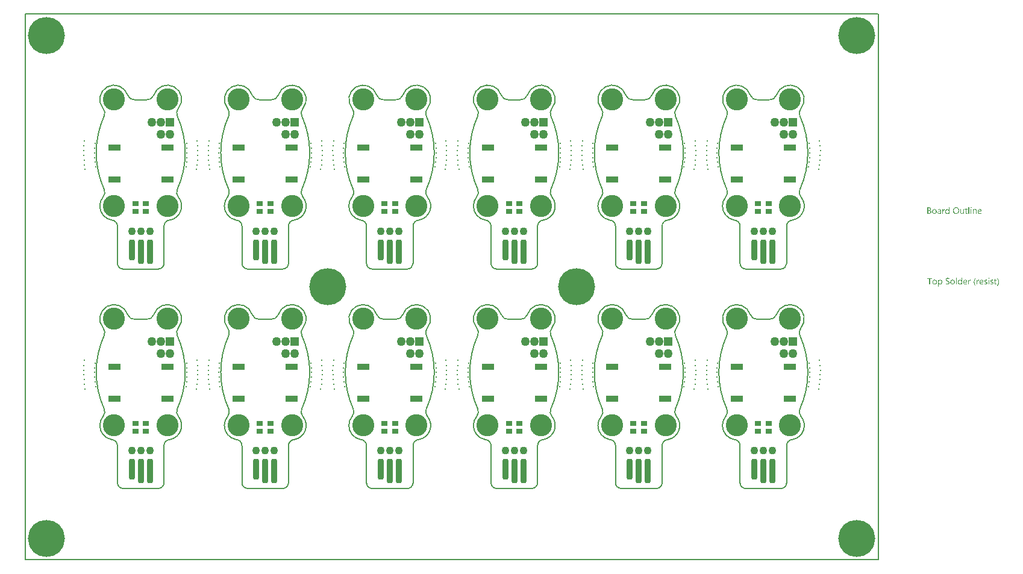
<source format=gts>
G04*
G04 #@! TF.GenerationSoftware,Altium Limited,Altium Designer,21.9.2 (33)*
G04*
G04 Layer_Color=8388736*
%FSAX25Y25*%
%MOIN*%
G70*
G04*
G04 #@! TF.SameCoordinates,9F9AC68D-029E-4633-ADBB-40B06648E365*
G04*
G04*
G04 #@! TF.FilePolarity,Negative*
G04*
G01*
G75*
G04:AMPARAMS|DCode=11|XSize=35.43mil|YSize=135.83mil|CornerRadius=13.82mil|HoleSize=0mil|Usage=FLASHONLY|Rotation=0.000|XOffset=0mil|YOffset=0mil|HoleType=Round|Shape=RoundedRectangle|*
%AMROUNDEDRECTD11*
21,1,0.03543,0.10819,0,0,0.0*
21,1,0.00780,0.13583,0,0,0.0*
1,1,0.02764,0.00390,-0.05409*
1,1,0.02764,-0.00390,-0.05409*
1,1,0.02764,-0.00390,0.05409*
1,1,0.02764,0.00390,0.05409*
%
%ADD11ROUNDEDRECTD11*%
G04:AMPARAMS|DCode=12|XSize=35.43mil|YSize=116.14mil|CornerRadius=13.82mil|HoleSize=0mil|Usage=FLASHONLY|Rotation=0.000|XOffset=0mil|YOffset=0mil|HoleType=Round|Shape=RoundedRectangle|*
%AMROUNDEDRECTD12*
21,1,0.03543,0.08850,0,0,0.0*
21,1,0.00780,0.11614,0,0,0.0*
1,1,0.02764,0.00390,-0.04425*
1,1,0.02764,-0.00390,-0.04425*
1,1,0.02764,-0.00390,0.04425*
1,1,0.02764,0.00390,0.04425*
%
%ADD12ROUNDEDRECTD12*%
%ADD17C,0.00787*%
%ADD21C,0.04331*%
%ADD39R,0.06890X0.03347*%
%ADD40R,0.03543X0.02953*%
%ADD41C,0.00800*%
%ADD42C,0.20485*%
%ADD43C,0.12205*%
%ADD44C,0.00591*%
%ADD45C,0.04961*%
%ADD46R,0.04961X0.04961*%
G36*
X0503737Y0175374D02*
X0503761D01*
X0503817Y0175349D01*
X0503848Y0175330D01*
X0503879Y0175306D01*
X0503885Y0175300D01*
X0503891Y0175293D01*
X0503922Y0175256D01*
X0503947Y0175194D01*
X0503953Y0175157D01*
X0503960Y0175120D01*
Y0175114D01*
Y0175101D01*
X0503953Y0175083D01*
X0503947Y0175058D01*
X0503929Y0174996D01*
X0503904Y0174965D01*
X0503879Y0174934D01*
X0503873D01*
X0503867Y0174922D01*
X0503829Y0174897D01*
X0503774Y0174872D01*
X0503737Y0174866D01*
X0503699Y0174860D01*
X0503681D01*
X0503662Y0174866D01*
X0503638D01*
X0503576Y0174891D01*
X0503545Y0174903D01*
X0503514Y0174928D01*
Y0174934D01*
X0503501Y0174941D01*
X0503489Y0174959D01*
X0503477Y0174978D01*
X0503452Y0175040D01*
X0503446Y0175077D01*
X0503440Y0175120D01*
Y0175126D01*
Y0175138D01*
X0503446Y0175157D01*
X0503452Y0175188D01*
X0503471Y0175244D01*
X0503489Y0175275D01*
X0503514Y0175306D01*
X0503520Y0175312D01*
X0503526Y0175318D01*
X0503563Y0175343D01*
X0503625Y0175368D01*
X0503662Y0175380D01*
X0503718D01*
X0503737Y0175374D01*
D02*
G37*
G36*
X0491747Y0171709D02*
X0491344D01*
Y0172130D01*
X0491332D01*
Y0172124D01*
X0491320Y0172112D01*
X0491301Y0172087D01*
X0491282Y0172056D01*
X0491251Y0172019D01*
X0491214Y0171982D01*
X0491171Y0171938D01*
X0491121Y0171895D01*
X0491066Y0171845D01*
X0490998Y0171802D01*
X0490930Y0171765D01*
X0490849Y0171728D01*
X0490769Y0171697D01*
X0490676Y0171672D01*
X0490577Y0171660D01*
X0490472Y0171654D01*
X0490428D01*
X0490391Y0171660D01*
X0490354Y0171666D01*
X0490304Y0171672D01*
X0490199Y0171697D01*
X0490075Y0171734D01*
X0489952Y0171796D01*
X0489883Y0171833D01*
X0489828Y0171876D01*
X0489766Y0171932D01*
X0489710Y0171988D01*
Y0171994D01*
X0489698Y0172006D01*
X0489685Y0172025D01*
X0489667Y0172050D01*
X0489648Y0172081D01*
X0489623Y0172124D01*
X0489599Y0172174D01*
X0489574Y0172229D01*
X0489543Y0172291D01*
X0489518Y0172359D01*
X0489494Y0172433D01*
X0489475Y0172514D01*
X0489456Y0172601D01*
X0489444Y0172700D01*
X0489438Y0172799D01*
X0489432Y0172904D01*
Y0172910D01*
Y0172929D01*
Y0172966D01*
X0489438Y0173009D01*
X0489444Y0173059D01*
X0489450Y0173121D01*
X0489456Y0173189D01*
X0489469Y0173263D01*
X0489506Y0173424D01*
X0489562Y0173591D01*
X0489599Y0173671D01*
X0489642Y0173752D01*
X0489685Y0173826D01*
X0489741Y0173900D01*
X0489747Y0173907D01*
X0489753Y0173919D01*
X0489772Y0173938D01*
X0489797Y0173962D01*
X0489828Y0173987D01*
X0489871Y0174018D01*
X0489914Y0174055D01*
X0489964Y0174092D01*
X0490088Y0174161D01*
X0490230Y0174222D01*
X0490310Y0174241D01*
X0490397Y0174259D01*
X0490484Y0174272D01*
X0490583Y0174278D01*
X0490632D01*
X0490670Y0174272D01*
X0490707Y0174266D01*
X0490756Y0174259D01*
X0490868Y0174229D01*
X0490991Y0174179D01*
X0491053Y0174148D01*
X0491115Y0174105D01*
X0491177Y0174062D01*
X0491233Y0174006D01*
X0491282Y0173944D01*
X0491332Y0173870D01*
X0491344D01*
Y0175429D01*
X0491747D01*
Y0171709D01*
D02*
G37*
G36*
X0506015Y0174272D02*
X0506089Y0174266D01*
X0506182Y0174247D01*
X0506281Y0174216D01*
X0506386Y0174167D01*
X0506491Y0174099D01*
X0506534Y0174062D01*
X0506578Y0174012D01*
X0506590Y0174000D01*
X0506615Y0173962D01*
X0506646Y0173900D01*
X0506689Y0173814D01*
X0506726Y0173709D01*
X0506764Y0173579D01*
X0506788Y0173424D01*
X0506795Y0173244D01*
Y0171709D01*
X0506392D01*
Y0173139D01*
Y0173145D01*
Y0173176D01*
X0506386Y0173213D01*
Y0173263D01*
X0506374Y0173325D01*
X0506361Y0173393D01*
X0506343Y0173467D01*
X0506318Y0173541D01*
X0506287Y0173616D01*
X0506250Y0173684D01*
X0506200Y0173752D01*
X0506145Y0173814D01*
X0506083Y0173863D01*
X0506002Y0173900D01*
X0505915Y0173932D01*
X0505810Y0173938D01*
X0505798D01*
X0505761Y0173932D01*
X0505705Y0173925D01*
X0505637Y0173907D01*
X0505556Y0173882D01*
X0505470Y0173839D01*
X0505389Y0173783D01*
X0505309Y0173709D01*
X0505303Y0173696D01*
X0505278Y0173671D01*
X0505247Y0173622D01*
X0505210Y0173554D01*
X0505173Y0173473D01*
X0505142Y0173374D01*
X0505117Y0173263D01*
X0505111Y0173139D01*
Y0171709D01*
X0504708D01*
Y0174222D01*
X0505111D01*
Y0173802D01*
X0505123D01*
X0505129Y0173808D01*
X0505136Y0173820D01*
X0505154Y0173845D01*
X0505179Y0173876D01*
X0505204Y0173913D01*
X0505241Y0173950D01*
X0505284Y0173993D01*
X0505334Y0174043D01*
X0505389Y0174086D01*
X0505451Y0174130D01*
X0505519Y0174167D01*
X0505594Y0174204D01*
X0505668Y0174235D01*
X0505755Y0174259D01*
X0505847Y0174272D01*
X0505946Y0174278D01*
X0505984D01*
X0506015Y0174272D01*
D02*
G37*
G36*
X0489017Y0174259D02*
X0489091Y0174253D01*
X0489134Y0174241D01*
X0489165Y0174229D01*
Y0173814D01*
X0489159Y0173820D01*
X0489147Y0173826D01*
X0489122Y0173839D01*
X0489091Y0173857D01*
X0489048Y0173870D01*
X0488992Y0173882D01*
X0488930Y0173888D01*
X0488862Y0173894D01*
X0488850D01*
X0488819Y0173888D01*
X0488769Y0173882D01*
X0488714Y0173863D01*
X0488639Y0173832D01*
X0488571Y0173789D01*
X0488497Y0173727D01*
X0488429Y0173647D01*
X0488423Y0173634D01*
X0488404Y0173603D01*
X0488373Y0173548D01*
X0488342Y0173473D01*
X0488311Y0173381D01*
X0488280Y0173263D01*
X0488262Y0173133D01*
X0488256Y0172984D01*
Y0171709D01*
X0487853D01*
Y0174222D01*
X0488256D01*
Y0173702D01*
X0488268D01*
Y0173709D01*
X0488274Y0173715D01*
X0488286Y0173746D01*
X0488305Y0173795D01*
X0488336Y0173857D01*
X0488367Y0173919D01*
X0488416Y0173987D01*
X0488466Y0174055D01*
X0488528Y0174117D01*
X0488534Y0174123D01*
X0488559Y0174142D01*
X0488596Y0174167D01*
X0488645Y0174191D01*
X0488701Y0174216D01*
X0488769Y0174241D01*
X0488843Y0174259D01*
X0488924Y0174266D01*
X0488980D01*
X0489017Y0174259D01*
D02*
G37*
G36*
X0499756Y0171709D02*
X0499354D01*
Y0172105D01*
X0499342D01*
Y0172099D01*
X0499329Y0172087D01*
X0499317Y0172062D01*
X0499292Y0172037D01*
X0499236Y0171963D01*
X0499150Y0171883D01*
X0499100Y0171839D01*
X0499045Y0171796D01*
X0498983Y0171759D01*
X0498908Y0171722D01*
X0498834Y0171697D01*
X0498754Y0171672D01*
X0498661Y0171660D01*
X0498568Y0171654D01*
X0498531D01*
X0498488Y0171660D01*
X0498426Y0171672D01*
X0498357Y0171685D01*
X0498283Y0171709D01*
X0498203Y0171740D01*
X0498122Y0171790D01*
X0498036Y0171845D01*
X0497955Y0171914D01*
X0497881Y0172000D01*
X0497813Y0172105D01*
X0497751Y0172223D01*
X0497708Y0172365D01*
X0497683Y0172532D01*
X0497670Y0172619D01*
Y0172718D01*
Y0174222D01*
X0498067D01*
Y0172780D01*
Y0172774D01*
Y0172749D01*
X0498073Y0172706D01*
X0498079Y0172656D01*
X0498085Y0172594D01*
X0498098Y0172532D01*
X0498116Y0172458D01*
X0498141Y0172384D01*
X0498178Y0172310D01*
X0498215Y0172242D01*
X0498265Y0172174D01*
X0498327Y0172112D01*
X0498395Y0172062D01*
X0498475Y0172025D01*
X0498574Y0171994D01*
X0498679Y0171988D01*
X0498692D01*
X0498729Y0171994D01*
X0498785Y0172000D01*
X0498847Y0172013D01*
X0498927Y0172044D01*
X0499008Y0172081D01*
X0499088Y0172130D01*
X0499162Y0172204D01*
X0499168Y0172217D01*
X0499193Y0172242D01*
X0499224Y0172291D01*
X0499261Y0172359D01*
X0499292Y0172440D01*
X0499323Y0172539D01*
X0499348Y0172650D01*
X0499354Y0172774D01*
Y0174222D01*
X0499756D01*
Y0171709D01*
D02*
G37*
G36*
X0503891D02*
X0503489D01*
Y0174222D01*
X0503891D01*
Y0171709D01*
D02*
G37*
G36*
X0502672D02*
X0502270D01*
Y0175429D01*
X0502672D01*
Y0171709D01*
D02*
G37*
G36*
X0486293Y0174272D02*
X0486349Y0174266D01*
X0486417Y0174247D01*
X0486491Y0174229D01*
X0486572Y0174198D01*
X0486658Y0174161D01*
X0486739Y0174111D01*
X0486819Y0174049D01*
X0486894Y0173975D01*
X0486962Y0173882D01*
X0487017Y0173777D01*
X0487061Y0173653D01*
X0487085Y0173511D01*
X0487098Y0173343D01*
Y0171709D01*
X0486696D01*
Y0172099D01*
X0486683D01*
Y0172093D01*
X0486671Y0172081D01*
X0486658Y0172056D01*
X0486634Y0172031D01*
X0486572Y0171957D01*
X0486491Y0171876D01*
X0486380Y0171796D01*
X0486250Y0171722D01*
X0486169Y0171697D01*
X0486089Y0171672D01*
X0486002Y0171660D01*
X0485910Y0171654D01*
X0485872D01*
X0485848Y0171660D01*
X0485779Y0171666D01*
X0485699Y0171678D01*
X0485600Y0171703D01*
X0485507Y0171734D01*
X0485408Y0171783D01*
X0485321Y0171845D01*
X0485315Y0171858D01*
X0485290Y0171883D01*
X0485253Y0171926D01*
X0485216Y0171988D01*
X0485179Y0172062D01*
X0485142Y0172149D01*
X0485117Y0172254D01*
X0485111Y0172372D01*
Y0172378D01*
Y0172403D01*
X0485117Y0172440D01*
X0485123Y0172483D01*
X0485136Y0172539D01*
X0485154Y0172601D01*
X0485179Y0172669D01*
X0485216Y0172737D01*
X0485259Y0172811D01*
X0485315Y0172885D01*
X0485383Y0172953D01*
X0485464Y0173015D01*
X0485557Y0173077D01*
X0485668Y0173127D01*
X0485792Y0173164D01*
X0485940Y0173195D01*
X0486696Y0173300D01*
Y0173306D01*
Y0173325D01*
X0486689Y0173362D01*
Y0173399D01*
X0486677Y0173449D01*
X0486671Y0173504D01*
X0486634Y0173622D01*
X0486603Y0173678D01*
X0486572Y0173733D01*
X0486528Y0173789D01*
X0486479Y0173839D01*
X0486417Y0173882D01*
X0486349Y0173913D01*
X0486269Y0173932D01*
X0486176Y0173938D01*
X0486132D01*
X0486101Y0173932D01*
X0486058D01*
X0486015Y0173919D01*
X0485903Y0173900D01*
X0485779Y0173863D01*
X0485643Y0173808D01*
X0485569Y0173770D01*
X0485501Y0173733D01*
X0485427Y0173684D01*
X0485358Y0173628D01*
Y0174043D01*
X0485365D01*
X0485377Y0174055D01*
X0485396Y0174068D01*
X0485427Y0174080D01*
X0485458Y0174099D01*
X0485501Y0174117D01*
X0485550Y0174136D01*
X0485606Y0174161D01*
X0485730Y0174204D01*
X0485879Y0174241D01*
X0486039Y0174266D01*
X0486213Y0174278D01*
X0486250D01*
X0486293Y0174272D01*
D02*
G37*
G36*
X0480605Y0175219D02*
X0480648D01*
X0480691Y0175213D01*
X0480790Y0175200D01*
X0480908Y0175170D01*
X0481032Y0175132D01*
X0481149Y0175077D01*
X0481255Y0175002D01*
X0481261D01*
X0481267Y0174990D01*
X0481298Y0174965D01*
X0481341Y0174916D01*
X0481391Y0174848D01*
X0481434Y0174761D01*
X0481477Y0174662D01*
X0481508Y0174550D01*
X0481521Y0174489D01*
Y0174420D01*
Y0174414D01*
Y0174408D01*
Y0174371D01*
X0481515Y0174315D01*
X0481502Y0174247D01*
X0481484Y0174161D01*
X0481453Y0174074D01*
X0481416Y0173987D01*
X0481360Y0173900D01*
X0481354Y0173888D01*
X0481329Y0173863D01*
X0481292Y0173826D01*
X0481242Y0173777D01*
X0481180Y0173727D01*
X0481106Y0173671D01*
X0481013Y0173628D01*
X0480914Y0173585D01*
Y0173579D01*
X0480933D01*
X0480951Y0173573D01*
X0480970Y0173566D01*
X0481038Y0173554D01*
X0481118Y0173529D01*
X0481205Y0173492D01*
X0481298Y0173449D01*
X0481391Y0173387D01*
X0481477Y0173306D01*
X0481490Y0173294D01*
X0481515Y0173263D01*
X0481545Y0173220D01*
X0481589Y0173152D01*
X0481626Y0173065D01*
X0481663Y0172966D01*
X0481688Y0172848D01*
X0481694Y0172718D01*
Y0172712D01*
Y0172700D01*
Y0172675D01*
X0481688Y0172644D01*
X0481682Y0172607D01*
X0481675Y0172564D01*
X0481651Y0172458D01*
X0481614Y0172341D01*
X0481558Y0172217D01*
X0481521Y0172161D01*
X0481477Y0172099D01*
X0481422Y0172044D01*
X0481366Y0171988D01*
X0481360D01*
X0481354Y0171975D01*
X0481335Y0171963D01*
X0481310Y0171944D01*
X0481279Y0171926D01*
X0481236Y0171901D01*
X0481143Y0171852D01*
X0481026Y0171796D01*
X0480889Y0171753D01*
X0480728Y0171722D01*
X0480648Y0171715D01*
X0480555Y0171709D01*
X0479528D01*
Y0175225D01*
X0480574D01*
X0480605Y0175219D01*
D02*
G37*
G36*
X0501100Y0174222D02*
X0501737D01*
Y0173876D01*
X0501100D01*
Y0172458D01*
Y0172446D01*
Y0172415D01*
X0501106Y0172372D01*
X0501112Y0172316D01*
X0501137Y0172198D01*
X0501155Y0172143D01*
X0501186Y0172099D01*
X0501193Y0172093D01*
X0501205Y0172081D01*
X0501224Y0172068D01*
X0501255Y0172050D01*
X0501292Y0172025D01*
X0501341Y0172013D01*
X0501403Y0172000D01*
X0501471Y0171994D01*
X0501496D01*
X0501527Y0172000D01*
X0501564Y0172006D01*
X0501651Y0172031D01*
X0501694Y0172050D01*
X0501737Y0172074D01*
Y0171728D01*
X0501731D01*
X0501713Y0171715D01*
X0501682Y0171709D01*
X0501638Y0171697D01*
X0501582Y0171685D01*
X0501521Y0171672D01*
X0501446Y0171666D01*
X0501360Y0171660D01*
X0501329D01*
X0501298Y0171666D01*
X0501255Y0171672D01*
X0501205Y0171685D01*
X0501149Y0171697D01*
X0501093Y0171722D01*
X0501032Y0171753D01*
X0500970Y0171790D01*
X0500908Y0171839D01*
X0500852Y0171895D01*
X0500803Y0171969D01*
X0500759Y0172050D01*
X0500728Y0172149D01*
X0500703Y0172260D01*
X0500697Y0172390D01*
Y0173876D01*
X0500270D01*
Y0174222D01*
X0500697D01*
Y0174835D01*
X0501100Y0174965D01*
Y0174222D01*
D02*
G37*
G36*
X0508627Y0174272D02*
X0508670Y0174266D01*
X0508713Y0174259D01*
X0508825Y0174241D01*
X0508949Y0174198D01*
X0509072Y0174142D01*
X0509134Y0174105D01*
X0509196Y0174062D01*
X0509252Y0174012D01*
X0509308Y0173956D01*
X0509314Y0173950D01*
X0509320Y0173944D01*
X0509332Y0173925D01*
X0509351Y0173900D01*
X0509370Y0173863D01*
X0509394Y0173826D01*
X0509419Y0173783D01*
X0509444Y0173727D01*
X0509469Y0173665D01*
X0509493Y0173603D01*
X0509518Y0173529D01*
X0509537Y0173449D01*
X0509555Y0173362D01*
X0509568Y0173275D01*
X0509580Y0173176D01*
Y0173071D01*
Y0172861D01*
X0507803D01*
Y0172854D01*
Y0172842D01*
Y0172824D01*
X0507810Y0172792D01*
X0507816Y0172755D01*
Y0172718D01*
X0507834Y0172619D01*
X0507865Y0172520D01*
X0507902Y0172409D01*
X0507958Y0172303D01*
X0508026Y0172211D01*
X0508039Y0172198D01*
X0508064Y0172174D01*
X0508113Y0172143D01*
X0508181Y0172099D01*
X0508268Y0172056D01*
X0508367Y0172025D01*
X0508484Y0172000D01*
X0508621Y0171988D01*
X0508664D01*
X0508695Y0171994D01*
X0508732D01*
X0508775Y0172000D01*
X0508881Y0172025D01*
X0508998Y0172056D01*
X0509128Y0172105D01*
X0509264Y0172174D01*
X0509332Y0172217D01*
X0509401Y0172266D01*
Y0171889D01*
X0509394D01*
X0509388Y0171876D01*
X0509370Y0171870D01*
X0509339Y0171852D01*
X0509308Y0171833D01*
X0509270Y0171815D01*
X0509221Y0171796D01*
X0509171Y0171771D01*
X0509110Y0171746D01*
X0509042Y0171728D01*
X0508893Y0171691D01*
X0508720Y0171666D01*
X0508528Y0171654D01*
X0508478D01*
X0508441Y0171660D01*
X0508398Y0171666D01*
X0508342Y0171672D01*
X0508224Y0171697D01*
X0508088Y0171734D01*
X0507952Y0171796D01*
X0507884Y0171839D01*
X0507816Y0171883D01*
X0507754Y0171932D01*
X0507692Y0171994D01*
X0507686Y0172000D01*
X0507680Y0172013D01*
X0507667Y0172031D01*
X0507643Y0172056D01*
X0507624Y0172093D01*
X0507599Y0172136D01*
X0507568Y0172186D01*
X0507544Y0172242D01*
X0507513Y0172303D01*
X0507488Y0172378D01*
X0507457Y0172458D01*
X0507438Y0172545D01*
X0507420Y0172638D01*
X0507401Y0172737D01*
X0507395Y0172842D01*
X0507389Y0172953D01*
Y0172960D01*
Y0172978D01*
Y0173009D01*
X0507395Y0173053D01*
X0507401Y0173102D01*
X0507407Y0173158D01*
X0507413Y0173226D01*
X0507432Y0173294D01*
X0507469Y0173442D01*
X0507525Y0173603D01*
X0507562Y0173684D01*
X0507612Y0173758D01*
X0507661Y0173839D01*
X0507717Y0173907D01*
X0507723Y0173913D01*
X0507735Y0173925D01*
X0507754Y0173944D01*
X0507779Y0173962D01*
X0507810Y0173993D01*
X0507847Y0174024D01*
X0507896Y0174055D01*
X0507946Y0174092D01*
X0508064Y0174161D01*
X0508206Y0174222D01*
X0508286Y0174241D01*
X0508367Y0174259D01*
X0508453Y0174272D01*
X0508546Y0174278D01*
X0508596D01*
X0508627Y0174272D01*
D02*
G37*
G36*
X0495584Y0175281D02*
X0495646Y0175275D01*
X0495721Y0175262D01*
X0495801Y0175244D01*
X0495888Y0175225D01*
X0495974Y0175200D01*
X0496073Y0175170D01*
X0496166Y0175126D01*
X0496265Y0175077D01*
X0496364Y0175021D01*
X0496457Y0174953D01*
X0496550Y0174879D01*
X0496637Y0174792D01*
X0496643Y0174786D01*
X0496655Y0174767D01*
X0496680Y0174742D01*
X0496705Y0174705D01*
X0496742Y0174656D01*
X0496779Y0174594D01*
X0496816Y0174526D01*
X0496860Y0174451D01*
X0496903Y0174359D01*
X0496940Y0174266D01*
X0496977Y0174161D01*
X0497014Y0174043D01*
X0497039Y0173925D01*
X0497064Y0173795D01*
X0497076Y0173653D01*
X0497082Y0173511D01*
Y0173498D01*
Y0173473D01*
Y0173430D01*
X0497076Y0173368D01*
X0497070Y0173294D01*
X0497058Y0173213D01*
X0497045Y0173121D01*
X0497027Y0173015D01*
X0497002Y0172910D01*
X0496971Y0172799D01*
X0496934Y0172687D01*
X0496890Y0172576D01*
X0496835Y0172458D01*
X0496773Y0172353D01*
X0496705Y0172248D01*
X0496624Y0172149D01*
X0496618Y0172143D01*
X0496606Y0172130D01*
X0496575Y0172105D01*
X0496544Y0172074D01*
X0496494Y0172031D01*
X0496439Y0171994D01*
X0496377Y0171944D01*
X0496303Y0171901D01*
X0496222Y0171858D01*
X0496129Y0171808D01*
X0496030Y0171771D01*
X0495919Y0171734D01*
X0495801Y0171697D01*
X0495677Y0171672D01*
X0495547Y0171660D01*
X0495405Y0171654D01*
X0495374D01*
X0495331Y0171660D01*
X0495281D01*
X0495219Y0171666D01*
X0495145Y0171678D01*
X0495064Y0171697D01*
X0494972Y0171715D01*
X0494879Y0171740D01*
X0494780Y0171771D01*
X0494681Y0171815D01*
X0494582Y0171858D01*
X0494483Y0171914D01*
X0494384Y0171982D01*
X0494291Y0172056D01*
X0494204Y0172143D01*
X0494198Y0172149D01*
X0494185Y0172167D01*
X0494161Y0172192D01*
X0494136Y0172229D01*
X0494099Y0172279D01*
X0494062Y0172341D01*
X0494025Y0172409D01*
X0493981Y0172489D01*
X0493938Y0172576D01*
X0493901Y0172669D01*
X0493864Y0172774D01*
X0493826Y0172892D01*
X0493802Y0173009D01*
X0493777Y0173139D01*
X0493765Y0173282D01*
X0493758Y0173424D01*
Y0173436D01*
Y0173461D01*
X0493765Y0173504D01*
Y0173566D01*
X0493771Y0173634D01*
X0493783Y0173721D01*
X0493795Y0173814D01*
X0493814Y0173913D01*
X0493839Y0174018D01*
X0493870Y0174130D01*
X0493907Y0174241D01*
X0493950Y0174352D01*
X0494006Y0174464D01*
X0494068Y0174575D01*
X0494136Y0174680D01*
X0494216Y0174779D01*
X0494223Y0174786D01*
X0494235Y0174804D01*
X0494266Y0174829D01*
X0494303Y0174860D01*
X0494346Y0174897D01*
X0494402Y0174941D01*
X0494470Y0174984D01*
X0494545Y0175033D01*
X0494631Y0175083D01*
X0494724Y0175126D01*
X0494823Y0175170D01*
X0494935Y0175207D01*
X0495058Y0175238D01*
X0495188Y0175268D01*
X0495324Y0175281D01*
X0495467Y0175287D01*
X0495535D01*
X0495584Y0175281D01*
D02*
G37*
G36*
X0483557Y0174272D02*
X0483601Y0174266D01*
X0483656Y0174259D01*
X0483780Y0174235D01*
X0483922Y0174191D01*
X0484065Y0174130D01*
X0484139Y0174092D01*
X0484207Y0174049D01*
X0484275Y0173993D01*
X0484337Y0173932D01*
X0484343Y0173925D01*
X0484350Y0173913D01*
X0484368Y0173894D01*
X0484387Y0173870D01*
X0484411Y0173832D01*
X0484436Y0173789D01*
X0484467Y0173740D01*
X0484498Y0173684D01*
X0484523Y0173616D01*
X0484554Y0173548D01*
X0484579Y0173467D01*
X0484603Y0173381D01*
X0484622Y0173288D01*
X0484641Y0173189D01*
X0484647Y0173083D01*
X0484653Y0172972D01*
Y0172966D01*
Y0172947D01*
Y0172916D01*
X0484647Y0172873D01*
X0484641Y0172824D01*
X0484634Y0172762D01*
X0484622Y0172700D01*
X0484610Y0172625D01*
X0484572Y0172477D01*
X0484511Y0172316D01*
X0484473Y0172235D01*
X0484424Y0172155D01*
X0484374Y0172081D01*
X0484312Y0172013D01*
X0484306Y0172006D01*
X0484294Y0172000D01*
X0484275Y0171982D01*
X0484250Y0171957D01*
X0484213Y0171932D01*
X0484176Y0171901D01*
X0484127Y0171864D01*
X0484071Y0171833D01*
X0484009Y0171802D01*
X0483941Y0171765D01*
X0483867Y0171734D01*
X0483786Y0171709D01*
X0483700Y0171685D01*
X0483607Y0171672D01*
X0483508Y0171660D01*
X0483402Y0171654D01*
X0483347D01*
X0483310Y0171660D01*
X0483266Y0171666D01*
X0483211Y0171672D01*
X0483149Y0171685D01*
X0483081Y0171697D01*
X0482938Y0171740D01*
X0482790Y0171802D01*
X0482715Y0171839D01*
X0482647Y0171889D01*
X0482579Y0171938D01*
X0482511Y0172000D01*
X0482505Y0172006D01*
X0482499Y0172019D01*
X0482480Y0172037D01*
X0482462Y0172062D01*
X0482437Y0172099D01*
X0482406Y0172143D01*
X0482375Y0172192D01*
X0482350Y0172248D01*
X0482319Y0172316D01*
X0482288Y0172384D01*
X0482257Y0172458D01*
X0482233Y0172545D01*
X0482195Y0172731D01*
X0482189Y0172830D01*
X0482183Y0172935D01*
Y0172941D01*
Y0172966D01*
Y0172997D01*
X0482189Y0173040D01*
X0482195Y0173090D01*
X0482202Y0173152D01*
X0482214Y0173220D01*
X0482226Y0173294D01*
X0482264Y0173455D01*
X0482325Y0173616D01*
X0482369Y0173696D01*
X0482412Y0173777D01*
X0482462Y0173851D01*
X0482523Y0173919D01*
X0482530Y0173925D01*
X0482542Y0173938D01*
X0482561Y0173950D01*
X0482585Y0173975D01*
X0482623Y0174000D01*
X0482666Y0174030D01*
X0482715Y0174068D01*
X0482771Y0174099D01*
X0482833Y0174130D01*
X0482907Y0174167D01*
X0482982Y0174198D01*
X0483068Y0174222D01*
X0483155Y0174247D01*
X0483254Y0174266D01*
X0483359Y0174272D01*
X0483464Y0174278D01*
X0483520D01*
X0483557Y0174272D01*
D02*
G37*
G36*
X0513554Y0136312D02*
X0513579D01*
X0513634Y0136287D01*
X0513665Y0136269D01*
X0513696Y0136244D01*
X0513702Y0136238D01*
X0513709Y0136231D01*
X0513740Y0136194D01*
X0513764Y0136132D01*
X0513771Y0136095D01*
X0513777Y0136058D01*
Y0136052D01*
Y0136039D01*
X0513771Y0136021D01*
X0513764Y0135996D01*
X0513746Y0135934D01*
X0513721Y0135903D01*
X0513696Y0135872D01*
X0513690D01*
X0513684Y0135860D01*
X0513647Y0135835D01*
X0513591Y0135810D01*
X0513554Y0135804D01*
X0513517Y0135798D01*
X0513498D01*
X0513480Y0135804D01*
X0513455D01*
X0513393Y0135829D01*
X0513362Y0135842D01*
X0513331Y0135866D01*
Y0135872D01*
X0513319Y0135879D01*
X0513306Y0135897D01*
X0513294Y0135916D01*
X0513269Y0135978D01*
X0513263Y0136015D01*
X0513257Y0136058D01*
Y0136064D01*
Y0136077D01*
X0513263Y0136095D01*
X0513269Y0136126D01*
X0513288Y0136182D01*
X0513306Y0136213D01*
X0513331Y0136244D01*
X0513337Y0136250D01*
X0513343Y0136256D01*
X0513381Y0136281D01*
X0513443Y0136306D01*
X0513480Y0136318D01*
X0513535D01*
X0513554Y0136312D01*
D02*
G37*
G36*
X0490985Y0136219D02*
X0491035D01*
X0491146Y0136207D01*
X0491270Y0136194D01*
X0491394Y0136170D01*
X0491511Y0136139D01*
X0491561Y0136120D01*
X0491610Y0136095D01*
Y0135631D01*
X0491604D01*
X0491598Y0135643D01*
X0491579Y0135650D01*
X0491555Y0135668D01*
X0491524Y0135680D01*
X0491487Y0135699D01*
X0491394Y0135742D01*
X0491282Y0135780D01*
X0491146Y0135817D01*
X0490985Y0135842D01*
X0490812Y0135848D01*
X0490762D01*
X0490725Y0135842D01*
X0490688D01*
X0490639Y0135835D01*
X0490540Y0135817D01*
X0490533D01*
X0490515Y0135810D01*
X0490490Y0135804D01*
X0490459Y0135798D01*
X0490385Y0135767D01*
X0490298Y0135730D01*
X0490292D01*
X0490280Y0135718D01*
X0490261Y0135705D01*
X0490236Y0135687D01*
X0490181Y0135631D01*
X0490125Y0135563D01*
Y0135557D01*
X0490112Y0135544D01*
X0490106Y0135526D01*
X0490094Y0135495D01*
X0490082Y0135458D01*
X0490075Y0135421D01*
X0490063Y0135321D01*
Y0135315D01*
Y0135297D01*
Y0135272D01*
X0490069Y0135241D01*
X0490082Y0135167D01*
X0490112Y0135086D01*
Y0135080D01*
X0490125Y0135068D01*
X0490131Y0135049D01*
X0490150Y0135024D01*
X0490199Y0134969D01*
X0490261Y0134907D01*
X0490267Y0134901D01*
X0490280Y0134894D01*
X0490298Y0134876D01*
X0490329Y0134857D01*
X0490366Y0134833D01*
X0490403Y0134808D01*
X0490502Y0134746D01*
X0490509Y0134740D01*
X0490527Y0134733D01*
X0490558Y0134715D01*
X0490595Y0134696D01*
X0490645Y0134672D01*
X0490700Y0134647D01*
X0490824Y0134585D01*
X0490831Y0134579D01*
X0490855Y0134566D01*
X0490892Y0134548D01*
X0490942Y0134523D01*
X0490998Y0134498D01*
X0491059Y0134461D01*
X0491183Y0134387D01*
X0491189Y0134381D01*
X0491214Y0134368D01*
X0491245Y0134350D01*
X0491289Y0134319D01*
X0491381Y0134244D01*
X0491480Y0134158D01*
X0491487Y0134152D01*
X0491505Y0134139D01*
X0491524Y0134108D01*
X0491555Y0134077D01*
X0491586Y0134034D01*
X0491623Y0133991D01*
X0491685Y0133879D01*
X0491691Y0133873D01*
X0491697Y0133854D01*
X0491710Y0133824D01*
X0491722Y0133780D01*
X0491734Y0133731D01*
X0491747Y0133669D01*
X0491759Y0133607D01*
Y0133533D01*
Y0133520D01*
Y0133489D01*
X0491753Y0133440D01*
X0491747Y0133378D01*
X0491734Y0133310D01*
X0491716Y0133236D01*
X0491691Y0133161D01*
X0491654Y0133093D01*
X0491648Y0133087D01*
X0491635Y0133062D01*
X0491610Y0133031D01*
X0491586Y0132988D01*
X0491542Y0132945D01*
X0491499Y0132895D01*
X0491443Y0132845D01*
X0491381Y0132796D01*
X0491375Y0132790D01*
X0491351Y0132777D01*
X0491313Y0132759D01*
X0491264Y0132734D01*
X0491208Y0132709D01*
X0491140Y0132685D01*
X0491059Y0132660D01*
X0490979Y0132641D01*
X0490967D01*
X0490942Y0132635D01*
X0490899Y0132629D01*
X0490837Y0132616D01*
X0490769Y0132610D01*
X0490688Y0132598D01*
X0490601Y0132592D01*
X0490453D01*
X0490385Y0132598D01*
X0490298Y0132604D01*
X0490280D01*
X0490255Y0132610D01*
X0490224Y0132616D01*
X0490143Y0132623D01*
X0490051Y0132641D01*
X0490044D01*
X0490026Y0132647D01*
X0490001Y0132654D01*
X0489970Y0132660D01*
X0489896Y0132678D01*
X0489809Y0132703D01*
X0489803D01*
X0489791Y0132709D01*
X0489772Y0132715D01*
X0489747Y0132728D01*
X0489685Y0132753D01*
X0489623Y0132790D01*
Y0133273D01*
X0489630Y0133266D01*
X0489642Y0133260D01*
X0489654Y0133248D01*
X0489679Y0133229D01*
X0489747Y0133186D01*
X0489828Y0133136D01*
X0489834D01*
X0489846Y0133130D01*
X0489871Y0133118D01*
X0489902Y0133106D01*
X0489983Y0133068D01*
X0490069Y0133037D01*
X0490075D01*
X0490094Y0133031D01*
X0490119Y0133025D01*
X0490150Y0133019D01*
X0490236Y0132994D01*
X0490329Y0132975D01*
X0490354D01*
X0490379Y0132969D01*
X0490410D01*
X0490484Y0132963D01*
X0490570Y0132957D01*
X0490632D01*
X0490700Y0132963D01*
X0490787Y0132975D01*
X0490880Y0132988D01*
X0490973Y0133013D01*
X0491059Y0133050D01*
X0491140Y0133093D01*
X0491146Y0133099D01*
X0491171Y0133118D01*
X0491202Y0133155D01*
X0491233Y0133198D01*
X0491270Y0133254D01*
X0491295Y0133328D01*
X0491320Y0133409D01*
X0491326Y0133502D01*
Y0133508D01*
Y0133526D01*
Y0133551D01*
X0491320Y0133588D01*
X0491301Y0133669D01*
X0491264Y0133749D01*
Y0133755D01*
X0491251Y0133768D01*
X0491239Y0133786D01*
X0491221Y0133811D01*
X0491165Y0133873D01*
X0491090Y0133941D01*
X0491084Y0133947D01*
X0491072Y0133960D01*
X0491047Y0133972D01*
X0491016Y0133997D01*
X0490979Y0134022D01*
X0490936Y0134053D01*
X0490831Y0134108D01*
X0490824Y0134115D01*
X0490806Y0134121D01*
X0490775Y0134139D01*
X0490731Y0134158D01*
X0490688Y0134189D01*
X0490632Y0134213D01*
X0490502Y0134282D01*
X0490496Y0134288D01*
X0490472Y0134300D01*
X0490434Y0134319D01*
X0490391Y0134337D01*
X0490342Y0134368D01*
X0490286Y0134399D01*
X0490162Y0134467D01*
X0490156Y0134474D01*
X0490137Y0134486D01*
X0490106Y0134504D01*
X0490069Y0134529D01*
X0489976Y0134597D01*
X0489883Y0134678D01*
X0489877Y0134684D01*
X0489865Y0134696D01*
X0489840Y0134721D01*
X0489815Y0134752D01*
X0489784Y0134795D01*
X0489753Y0134839D01*
X0489698Y0134938D01*
Y0134944D01*
X0489685Y0134962D01*
X0489679Y0134993D01*
X0489667Y0135037D01*
X0489654Y0135086D01*
X0489642Y0135148D01*
X0489636Y0135210D01*
X0489630Y0135284D01*
Y0135297D01*
Y0135328D01*
X0489636Y0135371D01*
X0489642Y0135427D01*
X0489654Y0135495D01*
X0489673Y0135563D01*
X0489698Y0135631D01*
X0489735Y0135699D01*
X0489741Y0135705D01*
X0489753Y0135730D01*
X0489778Y0135761D01*
X0489809Y0135804D01*
X0489846Y0135848D01*
X0489896Y0135897D01*
X0489952Y0135947D01*
X0490013Y0135990D01*
X0490020Y0135996D01*
X0490044Y0136009D01*
X0490082Y0136033D01*
X0490125Y0136058D01*
X0490187Y0136083D01*
X0490249Y0136114D01*
X0490323Y0136139D01*
X0490403Y0136163D01*
X0490416D01*
X0490441Y0136176D01*
X0490484Y0136182D01*
X0490546Y0136194D01*
X0490614Y0136207D01*
X0490688Y0136213D01*
X0490855Y0136225D01*
X0490942D01*
X0490985Y0136219D01*
D02*
G37*
G36*
X0498717Y0132647D02*
X0498314D01*
Y0133068D01*
X0498302D01*
Y0133062D01*
X0498289Y0133050D01*
X0498271Y0133025D01*
X0498252Y0132994D01*
X0498221Y0132957D01*
X0498184Y0132920D01*
X0498141Y0132876D01*
X0498091Y0132833D01*
X0498036Y0132784D01*
X0497968Y0132740D01*
X0497899Y0132703D01*
X0497819Y0132666D01*
X0497739Y0132635D01*
X0497646Y0132610D01*
X0497547Y0132598D01*
X0497441Y0132592D01*
X0497398D01*
X0497361Y0132598D01*
X0497324Y0132604D01*
X0497274Y0132610D01*
X0497169Y0132635D01*
X0497045Y0132672D01*
X0496921Y0132734D01*
X0496853Y0132771D01*
X0496798Y0132815D01*
X0496736Y0132870D01*
X0496680Y0132926D01*
Y0132932D01*
X0496668Y0132945D01*
X0496655Y0132963D01*
X0496637Y0132988D01*
X0496618Y0133019D01*
X0496593Y0133062D01*
X0496569Y0133112D01*
X0496544Y0133167D01*
X0496513Y0133229D01*
X0496488Y0133297D01*
X0496463Y0133372D01*
X0496445Y0133452D01*
X0496426Y0133539D01*
X0496414Y0133638D01*
X0496408Y0133737D01*
X0496402Y0133842D01*
Y0133848D01*
Y0133867D01*
Y0133904D01*
X0496408Y0133947D01*
X0496414Y0133997D01*
X0496420Y0134059D01*
X0496426Y0134127D01*
X0496439Y0134201D01*
X0496476Y0134362D01*
X0496531Y0134529D01*
X0496569Y0134610D01*
X0496612Y0134690D01*
X0496655Y0134764D01*
X0496711Y0134839D01*
X0496717Y0134845D01*
X0496723Y0134857D01*
X0496742Y0134876D01*
X0496767Y0134901D01*
X0496798Y0134925D01*
X0496841Y0134956D01*
X0496884Y0134993D01*
X0496934Y0135031D01*
X0497058Y0135099D01*
X0497200Y0135161D01*
X0497281Y0135179D01*
X0497367Y0135198D01*
X0497454Y0135210D01*
X0497553Y0135216D01*
X0497602D01*
X0497640Y0135210D01*
X0497677Y0135204D01*
X0497726Y0135198D01*
X0497838Y0135167D01*
X0497961Y0135117D01*
X0498023Y0135086D01*
X0498085Y0135043D01*
X0498147Y0135000D01*
X0498203Y0134944D01*
X0498252Y0134882D01*
X0498302Y0134808D01*
X0498314D01*
Y0136368D01*
X0498717D01*
Y0132647D01*
D02*
G37*
G36*
X0486770Y0135210D02*
X0486813Y0135204D01*
X0486857Y0135198D01*
X0486968Y0135173D01*
X0487092Y0135136D01*
X0487216Y0135074D01*
X0487277Y0135037D01*
X0487339Y0134987D01*
X0487395Y0134938D01*
X0487451Y0134876D01*
X0487457Y0134870D01*
X0487463Y0134863D01*
X0487475Y0134839D01*
X0487494Y0134814D01*
X0487513Y0134783D01*
X0487537Y0134740D01*
X0487562Y0134690D01*
X0487587Y0134641D01*
X0487612Y0134579D01*
X0487637Y0134511D01*
X0487661Y0134436D01*
X0487680Y0134356D01*
X0487711Y0134176D01*
X0487723Y0134077D01*
Y0133972D01*
Y0133966D01*
Y0133947D01*
Y0133910D01*
X0487717Y0133867D01*
Y0133817D01*
X0487705Y0133755D01*
X0487698Y0133687D01*
X0487686Y0133613D01*
X0487649Y0133452D01*
X0487593Y0133285D01*
X0487556Y0133204D01*
X0487519Y0133124D01*
X0487469Y0133044D01*
X0487414Y0132969D01*
X0487407Y0132963D01*
X0487401Y0132951D01*
X0487383Y0132932D01*
X0487358Y0132914D01*
X0487327Y0132883D01*
X0487290Y0132852D01*
X0487247Y0132815D01*
X0487197Y0132784D01*
X0487141Y0132747D01*
X0487079Y0132709D01*
X0486931Y0132654D01*
X0486850Y0132629D01*
X0486770Y0132610D01*
X0486677Y0132598D01*
X0486578Y0132592D01*
X0486528D01*
X0486497Y0132598D01*
X0486454Y0132604D01*
X0486411Y0132616D01*
X0486299Y0132641D01*
X0486182Y0132691D01*
X0486114Y0132728D01*
X0486052Y0132765D01*
X0485990Y0132815D01*
X0485934Y0132870D01*
X0485872Y0132932D01*
X0485823Y0133006D01*
X0485810D01*
Y0131496D01*
X0485408D01*
Y0135161D01*
X0485810D01*
Y0134715D01*
X0485823D01*
X0485829Y0134721D01*
X0485835Y0134740D01*
X0485854Y0134764D01*
X0485879Y0134795D01*
X0485910Y0134833D01*
X0485947Y0134876D01*
X0485990Y0134919D01*
X0486046Y0134969D01*
X0486101Y0135012D01*
X0486163Y0135055D01*
X0486237Y0135099D01*
X0486312Y0135136D01*
X0486399Y0135173D01*
X0486491Y0135198D01*
X0486584Y0135210D01*
X0486689Y0135216D01*
X0486739D01*
X0486770Y0135210D01*
D02*
G37*
G36*
X0515460D02*
X0515541Y0135204D01*
X0515628Y0135192D01*
X0515727Y0135167D01*
X0515826Y0135142D01*
X0515925Y0135105D01*
Y0134696D01*
X0515912Y0134703D01*
X0515875Y0134727D01*
X0515820Y0134752D01*
X0515745Y0134789D01*
X0515652Y0134820D01*
X0515541Y0134851D01*
X0515417Y0134870D01*
X0515287Y0134876D01*
X0515219D01*
X0515157Y0134863D01*
X0515083Y0134851D01*
X0515077D01*
X0515070Y0134845D01*
X0515033Y0134833D01*
X0514984Y0134808D01*
X0514928Y0134777D01*
X0514916Y0134771D01*
X0514891Y0134746D01*
X0514860Y0134709D01*
X0514829Y0134665D01*
X0514823Y0134653D01*
X0514811Y0134622D01*
X0514798Y0134579D01*
X0514792Y0134523D01*
Y0134517D01*
Y0134504D01*
Y0134486D01*
X0514798Y0134467D01*
X0514811Y0134412D01*
X0514829Y0134356D01*
X0514835Y0134344D01*
X0514854Y0134319D01*
X0514891Y0134282D01*
X0514934Y0134238D01*
X0514941D01*
X0514947Y0134232D01*
X0514984Y0134207D01*
X0515033Y0134176D01*
X0515101Y0134145D01*
X0515108D01*
X0515120Y0134139D01*
X0515139Y0134133D01*
X0515170Y0134121D01*
X0515238Y0134096D01*
X0515324Y0134059D01*
X0515331D01*
X0515355Y0134046D01*
X0515386Y0134034D01*
X0515423Y0134022D01*
X0515522Y0133978D01*
X0515622Y0133929D01*
X0515628D01*
X0515646Y0133916D01*
X0515671Y0133904D01*
X0515702Y0133885D01*
X0515776Y0133836D01*
X0515850Y0133774D01*
X0515857Y0133768D01*
X0515869Y0133762D01*
X0515881Y0133743D01*
X0515906Y0133718D01*
X0515949Y0133656D01*
X0515993Y0133576D01*
Y0133570D01*
X0515999Y0133557D01*
X0516011Y0133533D01*
X0516018Y0133502D01*
X0516030Y0133465D01*
X0516036Y0133421D01*
X0516042Y0133316D01*
Y0133310D01*
Y0133285D01*
X0516036Y0133248D01*
X0516030Y0133204D01*
X0516024Y0133155D01*
X0516005Y0133099D01*
X0515987Y0133050D01*
X0515956Y0132994D01*
X0515949Y0132988D01*
X0515943Y0132969D01*
X0515925Y0132945D01*
X0515900Y0132914D01*
X0515869Y0132876D01*
X0515832Y0132839D01*
X0515739Y0132765D01*
X0515733Y0132759D01*
X0515714Y0132753D01*
X0515690Y0132734D01*
X0515646Y0132715D01*
X0515603Y0132691D01*
X0515547Y0132672D01*
X0515491Y0132654D01*
X0515423Y0132635D01*
X0515417D01*
X0515392Y0132629D01*
X0515355Y0132623D01*
X0515312Y0132616D01*
X0515250Y0132604D01*
X0515188Y0132598D01*
X0515046Y0132592D01*
X0514984D01*
X0514910Y0132598D01*
X0514817Y0132610D01*
X0514712Y0132629D01*
X0514600Y0132654D01*
X0514489Y0132685D01*
X0514377Y0132734D01*
Y0133167D01*
X0514383D01*
X0514390Y0133155D01*
X0514408Y0133143D01*
X0514433Y0133130D01*
X0514501Y0133093D01*
X0514594Y0133050D01*
X0514699Y0133000D01*
X0514823Y0132963D01*
X0514959Y0132938D01*
X0515101Y0132926D01*
X0515151D01*
X0515182Y0132932D01*
X0515269Y0132945D01*
X0515368Y0132969D01*
X0515460Y0133013D01*
X0515504Y0133044D01*
X0515547Y0133074D01*
X0515578Y0133118D01*
X0515603Y0133161D01*
X0515622Y0133217D01*
X0515628Y0133279D01*
Y0133285D01*
Y0133297D01*
Y0133316D01*
X0515622Y0133335D01*
X0515609Y0133390D01*
X0515584Y0133446D01*
Y0133452D01*
X0515578Y0133458D01*
X0515553Y0133489D01*
X0515516Y0133533D01*
X0515460Y0133570D01*
X0515454D01*
X0515448Y0133582D01*
X0515411Y0133601D01*
X0515355Y0133638D01*
X0515281Y0133669D01*
X0515275D01*
X0515262Y0133675D01*
X0515244Y0133687D01*
X0515213Y0133700D01*
X0515145Y0133724D01*
X0515058Y0133762D01*
X0515052D01*
X0515027Y0133774D01*
X0514996Y0133786D01*
X0514959Y0133799D01*
X0514860Y0133842D01*
X0514761Y0133892D01*
X0514755Y0133898D01*
X0514743Y0133904D01*
X0514718Y0133916D01*
X0514687Y0133935D01*
X0514619Y0133984D01*
X0514551Y0134040D01*
X0514544Y0134046D01*
X0514538Y0134053D01*
X0514520Y0134071D01*
X0514501Y0134096D01*
X0514458Y0134158D01*
X0514421Y0134232D01*
Y0134238D01*
X0514414Y0134251D01*
X0514408Y0134275D01*
X0514402Y0134306D01*
X0514396Y0134344D01*
X0514390Y0134387D01*
X0514383Y0134492D01*
Y0134498D01*
Y0134523D01*
X0514390Y0134554D01*
X0514396Y0134597D01*
X0514402Y0134647D01*
X0514421Y0134696D01*
X0514439Y0134752D01*
X0514464Y0134801D01*
X0514470Y0134808D01*
X0514476Y0134826D01*
X0514495Y0134851D01*
X0514520Y0134882D01*
X0514588Y0134956D01*
X0514674Y0135031D01*
X0514681Y0135037D01*
X0514699Y0135043D01*
X0514724Y0135062D01*
X0514767Y0135080D01*
X0514811Y0135105D01*
X0514860Y0135130D01*
X0514984Y0135167D01*
X0514990D01*
X0515015Y0135173D01*
X0515046Y0135185D01*
X0515095Y0135192D01*
X0515145Y0135204D01*
X0515207Y0135210D01*
X0515343Y0135216D01*
X0515399D01*
X0515460Y0135210D01*
D02*
G37*
G36*
X0512106D02*
X0512186Y0135204D01*
X0512273Y0135192D01*
X0512372Y0135167D01*
X0512471Y0135142D01*
X0512570Y0135105D01*
Y0134696D01*
X0512557Y0134703D01*
X0512520Y0134727D01*
X0512465Y0134752D01*
X0512390Y0134789D01*
X0512297Y0134820D01*
X0512186Y0134851D01*
X0512062Y0134870D01*
X0511932Y0134876D01*
X0511864D01*
X0511802Y0134863D01*
X0511728Y0134851D01*
X0511722D01*
X0511716Y0134845D01*
X0511678Y0134833D01*
X0511629Y0134808D01*
X0511573Y0134777D01*
X0511561Y0134771D01*
X0511536Y0134746D01*
X0511505Y0134709D01*
X0511474Y0134665D01*
X0511468Y0134653D01*
X0511456Y0134622D01*
X0511443Y0134579D01*
X0511437Y0134523D01*
Y0134517D01*
Y0134504D01*
Y0134486D01*
X0511443Y0134467D01*
X0511456Y0134412D01*
X0511474Y0134356D01*
X0511480Y0134344D01*
X0511499Y0134319D01*
X0511536Y0134282D01*
X0511579Y0134238D01*
X0511586D01*
X0511592Y0134232D01*
X0511629Y0134207D01*
X0511678Y0134176D01*
X0511747Y0134145D01*
X0511753D01*
X0511765Y0134139D01*
X0511784Y0134133D01*
X0511815Y0134121D01*
X0511883Y0134096D01*
X0511969Y0134059D01*
X0511975D01*
X0512000Y0134046D01*
X0512031Y0134034D01*
X0512068Y0134022D01*
X0512167Y0133978D01*
X0512266Y0133929D01*
X0512273D01*
X0512291Y0133916D01*
X0512316Y0133904D01*
X0512347Y0133885D01*
X0512421Y0133836D01*
X0512496Y0133774D01*
X0512502Y0133768D01*
X0512514Y0133762D01*
X0512527Y0133743D01*
X0512551Y0133718D01*
X0512595Y0133656D01*
X0512638Y0133576D01*
Y0133570D01*
X0512644Y0133557D01*
X0512656Y0133533D01*
X0512663Y0133502D01*
X0512675Y0133465D01*
X0512681Y0133421D01*
X0512687Y0133316D01*
Y0133310D01*
Y0133285D01*
X0512681Y0133248D01*
X0512675Y0133204D01*
X0512669Y0133155D01*
X0512650Y0133099D01*
X0512632Y0133050D01*
X0512601Y0132994D01*
X0512595Y0132988D01*
X0512588Y0132969D01*
X0512570Y0132945D01*
X0512545Y0132914D01*
X0512514Y0132876D01*
X0512477Y0132839D01*
X0512384Y0132765D01*
X0512378Y0132759D01*
X0512359Y0132753D01*
X0512335Y0132734D01*
X0512291Y0132715D01*
X0512248Y0132691D01*
X0512192Y0132672D01*
X0512137Y0132654D01*
X0512068Y0132635D01*
X0512062D01*
X0512037Y0132629D01*
X0512000Y0132623D01*
X0511957Y0132616D01*
X0511895Y0132604D01*
X0511833Y0132598D01*
X0511691Y0132592D01*
X0511629D01*
X0511555Y0132598D01*
X0511462Y0132610D01*
X0511356Y0132629D01*
X0511245Y0132654D01*
X0511134Y0132685D01*
X0511022Y0132734D01*
Y0133167D01*
X0511028D01*
X0511035Y0133155D01*
X0511053Y0133143D01*
X0511078Y0133130D01*
X0511146Y0133093D01*
X0511239Y0133050D01*
X0511344Y0133000D01*
X0511468Y0132963D01*
X0511604Y0132938D01*
X0511747Y0132926D01*
X0511796D01*
X0511827Y0132932D01*
X0511914Y0132945D01*
X0512013Y0132969D01*
X0512106Y0133013D01*
X0512149Y0133044D01*
X0512192Y0133074D01*
X0512223Y0133118D01*
X0512248Y0133161D01*
X0512266Y0133217D01*
X0512273Y0133279D01*
Y0133285D01*
Y0133297D01*
Y0133316D01*
X0512266Y0133335D01*
X0512254Y0133390D01*
X0512229Y0133446D01*
Y0133452D01*
X0512223Y0133458D01*
X0512198Y0133489D01*
X0512161Y0133533D01*
X0512106Y0133570D01*
X0512099D01*
X0512093Y0133582D01*
X0512056Y0133601D01*
X0512000Y0133638D01*
X0511926Y0133669D01*
X0511920D01*
X0511907Y0133675D01*
X0511889Y0133687D01*
X0511858Y0133700D01*
X0511790Y0133724D01*
X0511703Y0133762D01*
X0511697D01*
X0511672Y0133774D01*
X0511641Y0133786D01*
X0511604Y0133799D01*
X0511505Y0133842D01*
X0511406Y0133892D01*
X0511400Y0133898D01*
X0511387Y0133904D01*
X0511363Y0133916D01*
X0511332Y0133935D01*
X0511264Y0133984D01*
X0511196Y0134040D01*
X0511189Y0134046D01*
X0511183Y0134053D01*
X0511165Y0134071D01*
X0511146Y0134096D01*
X0511103Y0134158D01*
X0511066Y0134232D01*
Y0134238D01*
X0511059Y0134251D01*
X0511053Y0134275D01*
X0511047Y0134306D01*
X0511041Y0134344D01*
X0511035Y0134387D01*
X0511028Y0134492D01*
Y0134498D01*
Y0134523D01*
X0511035Y0134554D01*
X0511041Y0134597D01*
X0511047Y0134647D01*
X0511066Y0134696D01*
X0511084Y0134752D01*
X0511109Y0134801D01*
X0511115Y0134808D01*
X0511121Y0134826D01*
X0511140Y0134851D01*
X0511165Y0134882D01*
X0511233Y0134956D01*
X0511319Y0135031D01*
X0511326Y0135037D01*
X0511344Y0135043D01*
X0511369Y0135062D01*
X0511412Y0135080D01*
X0511456Y0135105D01*
X0511505Y0135130D01*
X0511629Y0135167D01*
X0511635D01*
X0511660Y0135173D01*
X0511691Y0135185D01*
X0511740Y0135192D01*
X0511790Y0135204D01*
X0511852Y0135210D01*
X0511988Y0135216D01*
X0512044D01*
X0512106Y0135210D01*
D02*
G37*
G36*
X0507958Y0135198D02*
X0508033Y0135192D01*
X0508076Y0135179D01*
X0508107Y0135167D01*
Y0134752D01*
X0508101Y0134758D01*
X0508088Y0134764D01*
X0508064Y0134777D01*
X0508033Y0134795D01*
X0507989Y0134808D01*
X0507934Y0134820D01*
X0507872Y0134826D01*
X0507803Y0134833D01*
X0507791D01*
X0507760Y0134826D01*
X0507711Y0134820D01*
X0507655Y0134801D01*
X0507581Y0134771D01*
X0507513Y0134727D01*
X0507438Y0134665D01*
X0507370Y0134585D01*
X0507364Y0134573D01*
X0507345Y0134542D01*
X0507314Y0134486D01*
X0507283Y0134412D01*
X0507253Y0134319D01*
X0507222Y0134201D01*
X0507203Y0134071D01*
X0507197Y0133923D01*
Y0132647D01*
X0506795D01*
Y0135161D01*
X0507197D01*
Y0134641D01*
X0507209D01*
Y0134647D01*
X0507215Y0134653D01*
X0507228Y0134684D01*
X0507246Y0134733D01*
X0507277Y0134795D01*
X0507308Y0134857D01*
X0507358Y0134925D01*
X0507407Y0134993D01*
X0507469Y0135055D01*
X0507475Y0135062D01*
X0507500Y0135080D01*
X0507537Y0135105D01*
X0507587Y0135130D01*
X0507643Y0135154D01*
X0507711Y0135179D01*
X0507785Y0135198D01*
X0507865Y0135204D01*
X0507921D01*
X0507958Y0135198D01*
D02*
G37*
G36*
X0503322D02*
X0503396Y0135192D01*
X0503440Y0135179D01*
X0503471Y0135167D01*
Y0134752D01*
X0503464Y0134758D01*
X0503452Y0134764D01*
X0503427Y0134777D01*
X0503396Y0134795D01*
X0503353Y0134808D01*
X0503297Y0134820D01*
X0503235Y0134826D01*
X0503167Y0134833D01*
X0503155D01*
X0503124Y0134826D01*
X0503074Y0134820D01*
X0503019Y0134801D01*
X0502944Y0134771D01*
X0502876Y0134727D01*
X0502802Y0134665D01*
X0502734Y0134585D01*
X0502728Y0134573D01*
X0502709Y0134542D01*
X0502678Y0134486D01*
X0502647Y0134412D01*
X0502616Y0134319D01*
X0502585Y0134201D01*
X0502567Y0134071D01*
X0502561Y0133923D01*
Y0132647D01*
X0502158D01*
Y0135161D01*
X0502561D01*
Y0134641D01*
X0502573D01*
Y0134647D01*
X0502579Y0134653D01*
X0502592Y0134684D01*
X0502610Y0134733D01*
X0502641Y0134795D01*
X0502672Y0134857D01*
X0502722Y0134925D01*
X0502771Y0134993D01*
X0502833Y0135055D01*
X0502839Y0135062D01*
X0502864Y0135080D01*
X0502901Y0135105D01*
X0502950Y0135130D01*
X0503006Y0135154D01*
X0503074Y0135179D01*
X0503149Y0135198D01*
X0503229Y0135204D01*
X0503285D01*
X0503322Y0135198D01*
D02*
G37*
G36*
X0513709Y0132647D02*
X0513306D01*
Y0135161D01*
X0513709D01*
Y0132647D01*
D02*
G37*
G36*
X0495752D02*
X0495349D01*
Y0136368D01*
X0495752D01*
Y0132647D01*
D02*
G37*
G36*
X0481966Y0135792D02*
X0480951D01*
Y0132647D01*
X0480543D01*
Y0135792D01*
X0479528D01*
Y0136163D01*
X0481966D01*
Y0135792D01*
D02*
G37*
G36*
X0517194Y0135161D02*
X0517831D01*
Y0134814D01*
X0517194D01*
Y0133396D01*
Y0133384D01*
Y0133353D01*
X0517200Y0133310D01*
X0517206Y0133254D01*
X0517231Y0133136D01*
X0517249Y0133081D01*
X0517280Y0133037D01*
X0517287Y0133031D01*
X0517299Y0133019D01*
X0517317Y0133006D01*
X0517348Y0132988D01*
X0517386Y0132963D01*
X0517435Y0132951D01*
X0517497Y0132938D01*
X0517565Y0132932D01*
X0517590D01*
X0517621Y0132938D01*
X0517658Y0132945D01*
X0517745Y0132969D01*
X0517788Y0132988D01*
X0517831Y0133013D01*
Y0132666D01*
X0517825D01*
X0517806Y0132654D01*
X0517776Y0132647D01*
X0517732Y0132635D01*
X0517676Y0132623D01*
X0517615Y0132610D01*
X0517540Y0132604D01*
X0517454Y0132598D01*
X0517423D01*
X0517392Y0132604D01*
X0517348Y0132610D01*
X0517299Y0132623D01*
X0517243Y0132635D01*
X0517188Y0132660D01*
X0517126Y0132691D01*
X0517064Y0132728D01*
X0517002Y0132777D01*
X0516946Y0132833D01*
X0516897Y0132907D01*
X0516853Y0132988D01*
X0516822Y0133087D01*
X0516797Y0133198D01*
X0516791Y0133328D01*
Y0134814D01*
X0516364D01*
Y0135161D01*
X0516791D01*
Y0135773D01*
X0517194Y0135903D01*
Y0135161D01*
D02*
G37*
G36*
X0509611Y0135210D02*
X0509654Y0135204D01*
X0509698Y0135198D01*
X0509809Y0135179D01*
X0509933Y0135136D01*
X0510057Y0135080D01*
X0510118Y0135043D01*
X0510180Y0135000D01*
X0510236Y0134950D01*
X0510292Y0134894D01*
X0510298Y0134888D01*
X0510304Y0134882D01*
X0510317Y0134863D01*
X0510335Y0134839D01*
X0510354Y0134801D01*
X0510379Y0134764D01*
X0510403Y0134721D01*
X0510428Y0134665D01*
X0510453Y0134604D01*
X0510478Y0134542D01*
X0510502Y0134467D01*
X0510521Y0134387D01*
X0510539Y0134300D01*
X0510552Y0134213D01*
X0510564Y0134115D01*
Y0134009D01*
Y0133799D01*
X0508788D01*
Y0133793D01*
Y0133780D01*
Y0133762D01*
X0508794Y0133731D01*
X0508800Y0133694D01*
Y0133656D01*
X0508819Y0133557D01*
X0508850Y0133458D01*
X0508887Y0133347D01*
X0508942Y0133242D01*
X0509011Y0133149D01*
X0509023Y0133136D01*
X0509048Y0133112D01*
X0509097Y0133081D01*
X0509165Y0133037D01*
X0509252Y0132994D01*
X0509351Y0132963D01*
X0509469Y0132938D01*
X0509605Y0132926D01*
X0509648D01*
X0509679Y0132932D01*
X0509716D01*
X0509760Y0132938D01*
X0509865Y0132963D01*
X0509982Y0132994D01*
X0510112Y0133044D01*
X0510249Y0133112D01*
X0510317Y0133155D01*
X0510385Y0133204D01*
Y0132827D01*
X0510379D01*
X0510372Y0132815D01*
X0510354Y0132808D01*
X0510323Y0132790D01*
X0510292Y0132771D01*
X0510255Y0132753D01*
X0510205Y0132734D01*
X0510156Y0132709D01*
X0510094Y0132685D01*
X0510026Y0132666D01*
X0509877Y0132629D01*
X0509704Y0132604D01*
X0509512Y0132592D01*
X0509462D01*
X0509425Y0132598D01*
X0509382Y0132604D01*
X0509326Y0132610D01*
X0509209Y0132635D01*
X0509072Y0132672D01*
X0508936Y0132734D01*
X0508868Y0132777D01*
X0508800Y0132821D01*
X0508738Y0132870D01*
X0508676Y0132932D01*
X0508670Y0132938D01*
X0508664Y0132951D01*
X0508651Y0132969D01*
X0508627Y0132994D01*
X0508608Y0133031D01*
X0508583Y0133074D01*
X0508553Y0133124D01*
X0508528Y0133180D01*
X0508497Y0133242D01*
X0508472Y0133316D01*
X0508441Y0133396D01*
X0508423Y0133483D01*
X0508404Y0133576D01*
X0508385Y0133675D01*
X0508379Y0133780D01*
X0508373Y0133892D01*
Y0133898D01*
Y0133916D01*
Y0133947D01*
X0508379Y0133991D01*
X0508385Y0134040D01*
X0508392Y0134096D01*
X0508398Y0134164D01*
X0508416Y0134232D01*
X0508453Y0134381D01*
X0508509Y0134542D01*
X0508546Y0134622D01*
X0508596Y0134696D01*
X0508645Y0134777D01*
X0508701Y0134845D01*
X0508707Y0134851D01*
X0508720Y0134863D01*
X0508738Y0134882D01*
X0508763Y0134901D01*
X0508794Y0134932D01*
X0508831Y0134962D01*
X0508881Y0134993D01*
X0508930Y0135031D01*
X0509048Y0135099D01*
X0509190Y0135161D01*
X0509270Y0135179D01*
X0509351Y0135198D01*
X0509438Y0135210D01*
X0509530Y0135216D01*
X0509580D01*
X0509611Y0135210D01*
D02*
G37*
G36*
X0500598D02*
X0500642Y0135204D01*
X0500685Y0135198D01*
X0500796Y0135179D01*
X0500920Y0135136D01*
X0501044Y0135080D01*
X0501106Y0135043D01*
X0501168Y0135000D01*
X0501224Y0134950D01*
X0501279Y0134894D01*
X0501285Y0134888D01*
X0501292Y0134882D01*
X0501304Y0134863D01*
X0501323Y0134839D01*
X0501341Y0134801D01*
X0501366Y0134764D01*
X0501391Y0134721D01*
X0501415Y0134665D01*
X0501440Y0134604D01*
X0501465Y0134542D01*
X0501490Y0134467D01*
X0501508Y0134387D01*
X0501527Y0134300D01*
X0501539Y0134213D01*
X0501552Y0134115D01*
Y0134009D01*
Y0133799D01*
X0499775D01*
Y0133793D01*
Y0133780D01*
Y0133762D01*
X0499781Y0133731D01*
X0499787Y0133694D01*
Y0133656D01*
X0499806Y0133557D01*
X0499837Y0133458D01*
X0499874Y0133347D01*
X0499930Y0133242D01*
X0499998Y0133149D01*
X0500010Y0133136D01*
X0500035Y0133112D01*
X0500085Y0133081D01*
X0500153Y0133037D01*
X0500239Y0132994D01*
X0500338Y0132963D01*
X0500456Y0132938D01*
X0500592Y0132926D01*
X0500635D01*
X0500666Y0132932D01*
X0500703D01*
X0500747Y0132938D01*
X0500852Y0132963D01*
X0500970Y0132994D01*
X0501100Y0133044D01*
X0501236Y0133112D01*
X0501304Y0133155D01*
X0501372Y0133204D01*
Y0132827D01*
X0501366D01*
X0501360Y0132815D01*
X0501341Y0132808D01*
X0501310Y0132790D01*
X0501279Y0132771D01*
X0501242Y0132753D01*
X0501193Y0132734D01*
X0501143Y0132709D01*
X0501081Y0132685D01*
X0501013Y0132666D01*
X0500865Y0132629D01*
X0500691Y0132604D01*
X0500499Y0132592D01*
X0500450D01*
X0500413Y0132598D01*
X0500369Y0132604D01*
X0500314Y0132610D01*
X0500196Y0132635D01*
X0500060Y0132672D01*
X0499924Y0132734D01*
X0499856Y0132777D01*
X0499787Y0132821D01*
X0499725Y0132870D01*
X0499664Y0132932D01*
X0499657Y0132938D01*
X0499651Y0132951D01*
X0499639Y0132969D01*
X0499614Y0132994D01*
X0499595Y0133031D01*
X0499571Y0133074D01*
X0499540Y0133124D01*
X0499515Y0133180D01*
X0499484Y0133242D01*
X0499459Y0133316D01*
X0499428Y0133396D01*
X0499410Y0133483D01*
X0499391Y0133576D01*
X0499373Y0133675D01*
X0499367Y0133780D01*
X0499360Y0133892D01*
Y0133898D01*
Y0133916D01*
Y0133947D01*
X0499367Y0133991D01*
X0499373Y0134040D01*
X0499379Y0134096D01*
X0499385Y0134164D01*
X0499404Y0134232D01*
X0499441Y0134381D01*
X0499497Y0134542D01*
X0499534Y0134622D01*
X0499583Y0134696D01*
X0499633Y0134777D01*
X0499688Y0134845D01*
X0499695Y0134851D01*
X0499707Y0134863D01*
X0499725Y0134882D01*
X0499750Y0134901D01*
X0499781Y0134932D01*
X0499818Y0134962D01*
X0499868Y0134993D01*
X0499917Y0135031D01*
X0500035Y0135099D01*
X0500177Y0135161D01*
X0500258Y0135179D01*
X0500338Y0135198D01*
X0500425Y0135210D01*
X0500518Y0135216D01*
X0500567D01*
X0500598Y0135210D01*
D02*
G37*
G36*
X0493610D02*
X0493653Y0135204D01*
X0493709Y0135198D01*
X0493833Y0135173D01*
X0493975Y0135130D01*
X0494117Y0135068D01*
X0494192Y0135031D01*
X0494260Y0134987D01*
X0494328Y0134932D01*
X0494390Y0134870D01*
X0494396Y0134863D01*
X0494402Y0134851D01*
X0494421Y0134833D01*
X0494439Y0134808D01*
X0494464Y0134771D01*
X0494489Y0134727D01*
X0494520Y0134678D01*
X0494551Y0134622D01*
X0494576Y0134554D01*
X0494606Y0134486D01*
X0494631Y0134405D01*
X0494656Y0134319D01*
X0494674Y0134226D01*
X0494693Y0134127D01*
X0494699Y0134022D01*
X0494705Y0133910D01*
Y0133904D01*
Y0133885D01*
Y0133854D01*
X0494699Y0133811D01*
X0494693Y0133762D01*
X0494687Y0133700D01*
X0494674Y0133638D01*
X0494662Y0133563D01*
X0494625Y0133415D01*
X0494563Y0133254D01*
X0494526Y0133174D01*
X0494476Y0133093D01*
X0494427Y0133019D01*
X0494365Y0132951D01*
X0494359Y0132945D01*
X0494346Y0132938D01*
X0494328Y0132920D01*
X0494303Y0132895D01*
X0494266Y0132870D01*
X0494229Y0132839D01*
X0494179Y0132802D01*
X0494124Y0132771D01*
X0494062Y0132740D01*
X0493994Y0132703D01*
X0493919Y0132672D01*
X0493839Y0132647D01*
X0493752Y0132623D01*
X0493659Y0132610D01*
X0493560Y0132598D01*
X0493455Y0132592D01*
X0493399D01*
X0493362Y0132598D01*
X0493319Y0132604D01*
X0493263Y0132610D01*
X0493201Y0132623D01*
X0493133Y0132635D01*
X0492991Y0132678D01*
X0492842Y0132740D01*
X0492768Y0132777D01*
X0492700Y0132827D01*
X0492632Y0132876D01*
X0492564Y0132938D01*
X0492557Y0132945D01*
X0492551Y0132957D01*
X0492533Y0132975D01*
X0492514Y0133000D01*
X0492489Y0133037D01*
X0492458Y0133081D01*
X0492427Y0133130D01*
X0492403Y0133186D01*
X0492372Y0133254D01*
X0492341Y0133322D01*
X0492310Y0133396D01*
X0492285Y0133483D01*
X0492248Y0133669D01*
X0492242Y0133768D01*
X0492236Y0133873D01*
Y0133879D01*
Y0133904D01*
Y0133935D01*
X0492242Y0133978D01*
X0492248Y0134028D01*
X0492254Y0134090D01*
X0492267Y0134158D01*
X0492279Y0134232D01*
X0492316Y0134393D01*
X0492378Y0134554D01*
X0492421Y0134634D01*
X0492465Y0134715D01*
X0492514Y0134789D01*
X0492576Y0134857D01*
X0492582Y0134863D01*
X0492595Y0134876D01*
X0492613Y0134888D01*
X0492638Y0134913D01*
X0492675Y0134938D01*
X0492719Y0134969D01*
X0492768Y0135006D01*
X0492824Y0135037D01*
X0492886Y0135068D01*
X0492960Y0135105D01*
X0493034Y0135136D01*
X0493121Y0135161D01*
X0493208Y0135185D01*
X0493306Y0135204D01*
X0493412Y0135210D01*
X0493517Y0135216D01*
X0493573D01*
X0493610Y0135210D01*
D02*
G37*
G36*
X0483669D02*
X0483712Y0135204D01*
X0483768Y0135198D01*
X0483891Y0135173D01*
X0484034Y0135130D01*
X0484176Y0135068D01*
X0484250Y0135031D01*
X0484319Y0134987D01*
X0484387Y0134932D01*
X0484449Y0134870D01*
X0484455Y0134863D01*
X0484461Y0134851D01*
X0484480Y0134833D01*
X0484498Y0134808D01*
X0484523Y0134771D01*
X0484548Y0134727D01*
X0484579Y0134678D01*
X0484610Y0134622D01*
X0484634Y0134554D01*
X0484665Y0134486D01*
X0484690Y0134405D01*
X0484715Y0134319D01*
X0484733Y0134226D01*
X0484752Y0134127D01*
X0484758Y0134022D01*
X0484764Y0133910D01*
Y0133904D01*
Y0133885D01*
Y0133854D01*
X0484758Y0133811D01*
X0484752Y0133762D01*
X0484746Y0133700D01*
X0484733Y0133638D01*
X0484721Y0133563D01*
X0484684Y0133415D01*
X0484622Y0133254D01*
X0484585Y0133174D01*
X0484535Y0133093D01*
X0484486Y0133019D01*
X0484424Y0132951D01*
X0484418Y0132945D01*
X0484405Y0132938D01*
X0484387Y0132920D01*
X0484362Y0132895D01*
X0484325Y0132870D01*
X0484288Y0132839D01*
X0484238Y0132802D01*
X0484182Y0132771D01*
X0484121Y0132740D01*
X0484053Y0132703D01*
X0483978Y0132672D01*
X0483898Y0132647D01*
X0483811Y0132623D01*
X0483718Y0132610D01*
X0483619Y0132598D01*
X0483514Y0132592D01*
X0483458D01*
X0483421Y0132598D01*
X0483378Y0132604D01*
X0483322Y0132610D01*
X0483260Y0132623D01*
X0483192Y0132635D01*
X0483050Y0132678D01*
X0482901Y0132740D01*
X0482827Y0132777D01*
X0482759Y0132827D01*
X0482691Y0132876D01*
X0482623Y0132938D01*
X0482616Y0132945D01*
X0482610Y0132957D01*
X0482592Y0132975D01*
X0482573Y0133000D01*
X0482548Y0133037D01*
X0482517Y0133081D01*
X0482486Y0133130D01*
X0482462Y0133186D01*
X0482431Y0133254D01*
X0482400Y0133322D01*
X0482369Y0133396D01*
X0482344Y0133483D01*
X0482307Y0133669D01*
X0482301Y0133768D01*
X0482295Y0133873D01*
Y0133879D01*
Y0133904D01*
Y0133935D01*
X0482301Y0133978D01*
X0482307Y0134028D01*
X0482313Y0134090D01*
X0482325Y0134158D01*
X0482338Y0134232D01*
X0482375Y0134393D01*
X0482437Y0134554D01*
X0482480Y0134634D01*
X0482523Y0134715D01*
X0482573Y0134789D01*
X0482635Y0134857D01*
X0482641Y0134863D01*
X0482654Y0134876D01*
X0482672Y0134888D01*
X0482697Y0134913D01*
X0482734Y0134938D01*
X0482777Y0134969D01*
X0482827Y0135006D01*
X0482882Y0135037D01*
X0482944Y0135068D01*
X0483019Y0135105D01*
X0483093Y0135136D01*
X0483180Y0135161D01*
X0483266Y0135185D01*
X0483365Y0135204D01*
X0483471Y0135210D01*
X0483576Y0135216D01*
X0483632D01*
X0483669Y0135210D01*
D02*
G37*
G36*
X0518382Y0136151D02*
X0518407Y0136120D01*
X0518444Y0136071D01*
X0518494Y0136002D01*
X0518555Y0135916D01*
X0518617Y0135810D01*
X0518685Y0135693D01*
X0518760Y0135557D01*
X0518834Y0135402D01*
X0518902Y0135235D01*
X0518964Y0135055D01*
X0519026Y0134863D01*
X0519075Y0134659D01*
X0519113Y0134449D01*
X0519137Y0134220D01*
X0519144Y0133984D01*
Y0133978D01*
Y0133972D01*
Y0133953D01*
Y0133929D01*
Y0133898D01*
X0519137Y0133861D01*
X0519131Y0133774D01*
X0519119Y0133663D01*
X0519100Y0133539D01*
X0519082Y0133396D01*
X0519051Y0133242D01*
X0519007Y0133074D01*
X0518958Y0132907D01*
X0518896Y0132728D01*
X0518822Y0132548D01*
X0518735Y0132369D01*
X0518630Y0132189D01*
X0518512Y0132016D01*
X0518376Y0131849D01*
X0518017D01*
X0518023Y0131861D01*
X0518048Y0131892D01*
X0518085Y0131942D01*
X0518135Y0132010D01*
X0518196Y0132097D01*
X0518258Y0132202D01*
X0518327Y0132325D01*
X0518401Y0132462D01*
X0518475Y0132610D01*
X0518543Y0132777D01*
X0518605Y0132951D01*
X0518667Y0133136D01*
X0518716Y0133341D01*
X0518754Y0133545D01*
X0518778Y0133768D01*
X0518785Y0133991D01*
Y0133997D01*
Y0134003D01*
Y0134022D01*
Y0134046D01*
X0518778Y0134108D01*
X0518772Y0134201D01*
X0518760Y0134306D01*
X0518741Y0134430D01*
X0518723Y0134573D01*
X0518685Y0134727D01*
X0518648Y0134894D01*
X0518599Y0135068D01*
X0518531Y0135247D01*
X0518457Y0135427D01*
X0518370Y0135619D01*
X0518265Y0135804D01*
X0518147Y0135984D01*
X0518011Y0136163D01*
X0518376D01*
X0518382Y0136151D01*
D02*
G37*
G36*
X0506336D02*
X0506312Y0136120D01*
X0506268Y0136071D01*
X0506225Y0135996D01*
X0506163Y0135909D01*
X0506095Y0135804D01*
X0506027Y0135680D01*
X0505959Y0135544D01*
X0505885Y0135390D01*
X0505817Y0135222D01*
X0505748Y0135043D01*
X0505693Y0134851D01*
X0505643Y0134653D01*
X0505600Y0134442D01*
X0505575Y0134220D01*
X0505569Y0133991D01*
Y0133984D01*
Y0133978D01*
Y0133960D01*
Y0133935D01*
X0505575Y0133873D01*
X0505581Y0133786D01*
X0505594Y0133681D01*
X0505612Y0133557D01*
X0505631Y0133415D01*
X0505668Y0133266D01*
X0505705Y0133099D01*
X0505755Y0132932D01*
X0505817Y0132753D01*
X0505891Y0132573D01*
X0505984Y0132387D01*
X0506083Y0132202D01*
X0506200Y0132022D01*
X0506336Y0131849D01*
X0505977D01*
X0505971Y0131861D01*
X0505946Y0131886D01*
X0505909Y0131936D01*
X0505860Y0132004D01*
X0505804Y0132090D01*
X0505736Y0132189D01*
X0505668Y0132307D01*
X0505600Y0132443D01*
X0505526Y0132592D01*
X0505457Y0132753D01*
X0505396Y0132926D01*
X0505334Y0133118D01*
X0505284Y0133316D01*
X0505247Y0133526D01*
X0505222Y0133749D01*
X0505216Y0133984D01*
Y0133991D01*
Y0133997D01*
Y0134015D01*
Y0134040D01*
X0505222Y0134071D01*
Y0134108D01*
X0505228Y0134201D01*
X0505241Y0134306D01*
X0505259Y0134436D01*
X0505278Y0134579D01*
X0505309Y0134740D01*
X0505352Y0134907D01*
X0505402Y0135080D01*
X0505464Y0135260D01*
X0505538Y0135445D01*
X0505625Y0135631D01*
X0505724Y0135810D01*
X0505841Y0135990D01*
X0505977Y0136163D01*
X0506343D01*
X0506336Y0136151D01*
D02*
G37*
%LPC*%
G36*
X0490632Y0173938D02*
X0490595D01*
X0490570Y0173932D01*
X0490502Y0173925D01*
X0490422Y0173907D01*
X0490329Y0173870D01*
X0490230Y0173820D01*
X0490137Y0173758D01*
X0490094Y0173715D01*
X0490051Y0173665D01*
X0490044Y0173653D01*
X0490020Y0173616D01*
X0489983Y0173554D01*
X0489945Y0173473D01*
X0489908Y0173368D01*
X0489871Y0173238D01*
X0489846Y0173090D01*
X0489840Y0172923D01*
Y0172916D01*
Y0172904D01*
Y0172879D01*
X0489846Y0172848D01*
Y0172817D01*
X0489853Y0172774D01*
X0489865Y0172675D01*
X0489890Y0172564D01*
X0489927Y0172452D01*
X0489976Y0172341D01*
X0490044Y0172235D01*
X0490057Y0172223D01*
X0490082Y0172198D01*
X0490125Y0172155D01*
X0490187Y0172112D01*
X0490267Y0172068D01*
X0490360Y0172025D01*
X0490465Y0172000D01*
X0490589Y0171988D01*
X0490620D01*
X0490645Y0171994D01*
X0490707Y0172000D01*
X0490781Y0172019D01*
X0490868Y0172050D01*
X0490961Y0172087D01*
X0491047Y0172149D01*
X0491134Y0172229D01*
X0491140Y0172242D01*
X0491165Y0172273D01*
X0491202Y0172328D01*
X0491239Y0172396D01*
X0491276Y0172483D01*
X0491313Y0172588D01*
X0491338Y0172712D01*
X0491344Y0172842D01*
Y0173213D01*
Y0173220D01*
Y0173226D01*
Y0173263D01*
X0491332Y0173319D01*
X0491320Y0173393D01*
X0491295Y0173473D01*
X0491258Y0173560D01*
X0491208Y0173647D01*
X0491140Y0173727D01*
X0491134Y0173733D01*
X0491103Y0173758D01*
X0491059Y0173795D01*
X0491004Y0173832D01*
X0490930Y0173870D01*
X0490843Y0173907D01*
X0490744Y0173932D01*
X0490632Y0173938D01*
D02*
G37*
G36*
X0486696Y0172978D02*
X0486089Y0172892D01*
X0486077D01*
X0486046Y0172885D01*
X0485996Y0172873D01*
X0485934Y0172861D01*
X0485866Y0172842D01*
X0485792Y0172817D01*
X0485730Y0172792D01*
X0485668Y0172755D01*
X0485662Y0172749D01*
X0485643Y0172737D01*
X0485625Y0172712D01*
X0485600Y0172675D01*
X0485569Y0172625D01*
X0485550Y0172564D01*
X0485532Y0172489D01*
X0485526Y0172403D01*
Y0172396D01*
Y0172372D01*
X0485532Y0172341D01*
X0485544Y0172297D01*
X0485557Y0172248D01*
X0485581Y0172198D01*
X0485612Y0172149D01*
X0485656Y0172099D01*
X0485662Y0172093D01*
X0485680Y0172081D01*
X0485711Y0172062D01*
X0485748Y0172044D01*
X0485798Y0172025D01*
X0485860Y0172006D01*
X0485928Y0171994D01*
X0486009Y0171988D01*
X0486021D01*
X0486058Y0171994D01*
X0486114Y0172000D01*
X0486182Y0172013D01*
X0486256Y0172037D01*
X0486343Y0172074D01*
X0486423Y0172130D01*
X0486497Y0172198D01*
X0486504Y0172211D01*
X0486528Y0172235D01*
X0486559Y0172279D01*
X0486596Y0172341D01*
X0486634Y0172421D01*
X0486665Y0172508D01*
X0486689Y0172613D01*
X0486696Y0172724D01*
Y0172978D01*
D02*
G37*
G36*
X0480413Y0174854D02*
X0479942D01*
Y0173715D01*
X0480419D01*
X0480481Y0173721D01*
X0480555Y0173733D01*
X0480642Y0173752D01*
X0480735Y0173783D01*
X0480815Y0173820D01*
X0480896Y0173876D01*
X0480902Y0173882D01*
X0480927Y0173907D01*
X0480957Y0173944D01*
X0480995Y0174000D01*
X0481026Y0174062D01*
X0481056Y0174142D01*
X0481081Y0174235D01*
X0481087Y0174340D01*
Y0174346D01*
Y0174365D01*
X0481081Y0174390D01*
X0481075Y0174420D01*
X0481050Y0174501D01*
X0481032Y0174550D01*
X0481001Y0174600D01*
X0480970Y0174643D01*
X0480920Y0174693D01*
X0480871Y0174736D01*
X0480803Y0174773D01*
X0480728Y0174804D01*
X0480636Y0174829D01*
X0480530Y0174848D01*
X0480413Y0174854D01*
D02*
G37*
G36*
Y0173343D02*
X0479942D01*
Y0172081D01*
X0480561D01*
X0480623Y0172087D01*
X0480710Y0172099D01*
X0480796Y0172124D01*
X0480889Y0172149D01*
X0480982Y0172192D01*
X0481063Y0172248D01*
X0481069Y0172254D01*
X0481094Y0172279D01*
X0481125Y0172316D01*
X0481162Y0172372D01*
X0481199Y0172440D01*
X0481230Y0172520D01*
X0481255Y0172619D01*
X0481261Y0172724D01*
Y0172731D01*
Y0172749D01*
X0481255Y0172780D01*
X0481248Y0172824D01*
X0481236Y0172867D01*
X0481217Y0172923D01*
X0481193Y0172978D01*
X0481155Y0173034D01*
X0481112Y0173090D01*
X0481056Y0173145D01*
X0480988Y0173201D01*
X0480902Y0173244D01*
X0480809Y0173288D01*
X0480691Y0173319D01*
X0480561Y0173337D01*
X0480413Y0173343D01*
D02*
G37*
G36*
X0508540Y0173938D02*
X0508491D01*
X0508441Y0173925D01*
X0508373Y0173913D01*
X0508299Y0173888D01*
X0508212Y0173851D01*
X0508132Y0173802D01*
X0508051Y0173733D01*
X0508045Y0173727D01*
X0508020Y0173696D01*
X0507989Y0173653D01*
X0507946Y0173591D01*
X0507902Y0173517D01*
X0507865Y0173424D01*
X0507834Y0173319D01*
X0507810Y0173201D01*
X0509165D01*
Y0173207D01*
Y0173220D01*
Y0173232D01*
Y0173257D01*
X0509159Y0173325D01*
X0509147Y0173399D01*
X0509122Y0173492D01*
X0509097Y0173579D01*
X0509054Y0173665D01*
X0508998Y0173746D01*
X0508992Y0173752D01*
X0508967Y0173777D01*
X0508930Y0173808D01*
X0508881Y0173845D01*
X0508812Y0173876D01*
X0508732Y0173907D01*
X0508645Y0173932D01*
X0508540Y0173938D01*
D02*
G37*
G36*
X0495436Y0174909D02*
X0495380D01*
X0495343Y0174903D01*
X0495294Y0174897D01*
X0495244Y0174891D01*
X0495182Y0174879D01*
X0495114Y0174860D01*
X0494972Y0174811D01*
X0494897Y0174779D01*
X0494817Y0174742D01*
X0494743Y0174693D01*
X0494668Y0174637D01*
X0494600Y0174575D01*
X0494532Y0174507D01*
X0494526Y0174501D01*
X0494520Y0174489D01*
X0494501Y0174464D01*
X0494476Y0174433D01*
X0494452Y0174396D01*
X0494427Y0174346D01*
X0494396Y0174291D01*
X0494365Y0174229D01*
X0494328Y0174154D01*
X0494297Y0174080D01*
X0494272Y0173993D01*
X0494247Y0173900D01*
X0494223Y0173802D01*
X0494204Y0173690D01*
X0494198Y0173579D01*
X0494192Y0173461D01*
Y0173455D01*
Y0173430D01*
Y0173399D01*
X0494198Y0173356D01*
X0494204Y0173300D01*
X0494210Y0173232D01*
X0494223Y0173164D01*
X0494235Y0173090D01*
X0494272Y0172923D01*
X0494334Y0172743D01*
X0494371Y0172656D01*
X0494415Y0172576D01*
X0494470Y0172489D01*
X0494526Y0172415D01*
X0494532Y0172409D01*
X0494545Y0172396D01*
X0494563Y0172378D01*
X0494588Y0172353D01*
X0494619Y0172322D01*
X0494662Y0172291D01*
X0494712Y0172254D01*
X0494761Y0172217D01*
X0494823Y0172180D01*
X0494891Y0172143D01*
X0495040Y0172081D01*
X0495126Y0172056D01*
X0495213Y0172037D01*
X0495306Y0172025D01*
X0495405Y0172019D01*
X0495461D01*
X0495504Y0172025D01*
X0495547Y0172031D01*
X0495609Y0172037D01*
X0495671Y0172050D01*
X0495739Y0172068D01*
X0495882Y0172112D01*
X0495962Y0172143D01*
X0496036Y0172180D01*
X0496111Y0172223D01*
X0496185Y0172273D01*
X0496253Y0172328D01*
X0496321Y0172396D01*
X0496327Y0172403D01*
X0496333Y0172415D01*
X0496352Y0172433D01*
X0496371Y0172465D01*
X0496402Y0172508D01*
X0496426Y0172551D01*
X0496457Y0172607D01*
X0496488Y0172669D01*
X0496519Y0172743D01*
X0496550Y0172824D01*
X0496581Y0172910D01*
X0496606Y0173003D01*
X0496624Y0173102D01*
X0496643Y0173213D01*
X0496649Y0173331D01*
X0496655Y0173455D01*
Y0173461D01*
Y0173486D01*
Y0173523D01*
X0496649Y0173566D01*
X0496643Y0173628D01*
X0496637Y0173696D01*
X0496630Y0173770D01*
X0496612Y0173851D01*
X0496575Y0174018D01*
X0496519Y0174198D01*
X0496482Y0174284D01*
X0496439Y0174371D01*
X0496383Y0174451D01*
X0496327Y0174526D01*
X0496321Y0174532D01*
X0496315Y0174544D01*
X0496296Y0174563D01*
X0496265Y0174588D01*
X0496234Y0174612D01*
X0496197Y0174650D01*
X0496148Y0174680D01*
X0496098Y0174718D01*
X0496036Y0174755D01*
X0495968Y0174786D01*
X0495894Y0174823D01*
X0495814Y0174848D01*
X0495727Y0174872D01*
X0495640Y0174891D01*
X0495541Y0174903D01*
X0495436Y0174909D01*
D02*
G37*
G36*
X0483433Y0173938D02*
X0483396D01*
X0483372Y0173932D01*
X0483297Y0173925D01*
X0483211Y0173907D01*
X0483112Y0173876D01*
X0483006Y0173826D01*
X0482907Y0173758D01*
X0482858Y0173721D01*
X0482815Y0173671D01*
X0482802Y0173659D01*
X0482777Y0173622D01*
X0482746Y0173566D01*
X0482703Y0173486D01*
X0482660Y0173381D01*
X0482629Y0173257D01*
X0482604Y0173114D01*
X0482592Y0172947D01*
Y0172941D01*
Y0172929D01*
Y0172904D01*
X0482598Y0172873D01*
Y0172836D01*
X0482604Y0172792D01*
X0482623Y0172694D01*
X0482647Y0172582D01*
X0482691Y0172465D01*
X0482746Y0172347D01*
X0482821Y0172242D01*
X0482833Y0172229D01*
X0482864Y0172204D01*
X0482913Y0172161D01*
X0482982Y0172118D01*
X0483068Y0172068D01*
X0483174Y0172025D01*
X0483297Y0172000D01*
X0483433Y0171988D01*
X0483471D01*
X0483495Y0171994D01*
X0483570Y0172000D01*
X0483656Y0172019D01*
X0483749Y0172050D01*
X0483854Y0172093D01*
X0483947Y0172155D01*
X0484034Y0172235D01*
X0484040Y0172248D01*
X0484065Y0172285D01*
X0484102Y0172341D01*
X0484139Y0172421D01*
X0484176Y0172526D01*
X0484213Y0172650D01*
X0484238Y0172792D01*
X0484244Y0172960D01*
Y0172966D01*
Y0172978D01*
Y0173003D01*
Y0173040D01*
X0484238Y0173077D01*
X0484232Y0173121D01*
X0484220Y0173226D01*
X0484195Y0173343D01*
X0484158Y0173461D01*
X0484102Y0173579D01*
X0484034Y0173684D01*
X0484022Y0173696D01*
X0483997Y0173721D01*
X0483947Y0173764D01*
X0483879Y0173814D01*
X0483792Y0173857D01*
X0483693Y0173900D01*
X0483570Y0173925D01*
X0483433Y0173938D01*
D02*
G37*
G36*
X0497602Y0134876D02*
X0497565D01*
X0497541Y0134870D01*
X0497472Y0134863D01*
X0497392Y0134845D01*
X0497299Y0134808D01*
X0497200Y0134758D01*
X0497107Y0134696D01*
X0497064Y0134653D01*
X0497020Y0134604D01*
X0497014Y0134591D01*
X0496989Y0134554D01*
X0496952Y0134492D01*
X0496915Y0134412D01*
X0496878Y0134306D01*
X0496841Y0134176D01*
X0496816Y0134028D01*
X0496810Y0133861D01*
Y0133854D01*
Y0133842D01*
Y0133817D01*
X0496816Y0133786D01*
Y0133755D01*
X0496822Y0133712D01*
X0496835Y0133613D01*
X0496860Y0133502D01*
X0496897Y0133390D01*
X0496946Y0133279D01*
X0497014Y0133174D01*
X0497027Y0133161D01*
X0497051Y0133136D01*
X0497095Y0133093D01*
X0497157Y0133050D01*
X0497237Y0133006D01*
X0497330Y0132963D01*
X0497435Y0132938D01*
X0497559Y0132926D01*
X0497590D01*
X0497615Y0132932D01*
X0497677Y0132938D01*
X0497751Y0132957D01*
X0497838Y0132988D01*
X0497930Y0133025D01*
X0498017Y0133087D01*
X0498104Y0133167D01*
X0498110Y0133180D01*
X0498135Y0133211D01*
X0498172Y0133266D01*
X0498209Y0133335D01*
X0498246Y0133421D01*
X0498283Y0133526D01*
X0498308Y0133650D01*
X0498314Y0133780D01*
Y0134152D01*
Y0134158D01*
Y0134164D01*
Y0134201D01*
X0498302Y0134257D01*
X0498289Y0134331D01*
X0498265Y0134412D01*
X0498228Y0134498D01*
X0498178Y0134585D01*
X0498110Y0134665D01*
X0498104Y0134672D01*
X0498073Y0134696D01*
X0498030Y0134733D01*
X0497974Y0134771D01*
X0497899Y0134808D01*
X0497813Y0134845D01*
X0497714Y0134870D01*
X0497602Y0134876D01*
D02*
G37*
G36*
X0486590D02*
X0486559D01*
X0486535Y0134870D01*
X0486467Y0134863D01*
X0486386Y0134845D01*
X0486299Y0134814D01*
X0486200Y0134771D01*
X0486107Y0134709D01*
X0486021Y0134628D01*
X0486015Y0134616D01*
X0485990Y0134585D01*
X0485953Y0134535D01*
X0485916Y0134461D01*
X0485879Y0134374D01*
X0485841Y0134269D01*
X0485817Y0134152D01*
X0485810Y0134022D01*
Y0133669D01*
Y0133663D01*
Y0133656D01*
X0485817Y0133619D01*
X0485823Y0133557D01*
X0485835Y0133489D01*
X0485860Y0133403D01*
X0485897Y0133316D01*
X0485947Y0133229D01*
X0486015Y0133143D01*
X0486027Y0133136D01*
X0486052Y0133112D01*
X0486095Y0133074D01*
X0486157Y0133037D01*
X0486231Y0132994D01*
X0486318Y0132963D01*
X0486417Y0132938D01*
X0486528Y0132926D01*
X0486566D01*
X0486590Y0132932D01*
X0486652Y0132938D01*
X0486739Y0132963D01*
X0486826Y0132994D01*
X0486925Y0133044D01*
X0487017Y0133112D01*
X0487061Y0133155D01*
X0487098Y0133204D01*
Y0133211D01*
X0487104Y0133217D01*
X0487116Y0133236D01*
X0487129Y0133254D01*
X0487148Y0133285D01*
X0487166Y0133322D01*
X0487203Y0133409D01*
X0487240Y0133520D01*
X0487277Y0133650D01*
X0487302Y0133805D01*
X0487308Y0133984D01*
Y0133991D01*
Y0134003D01*
Y0134022D01*
Y0134053D01*
X0487302Y0134090D01*
X0487296Y0134127D01*
X0487284Y0134220D01*
X0487259Y0134325D01*
X0487228Y0134436D01*
X0487178Y0134542D01*
X0487116Y0134634D01*
X0487110Y0134647D01*
X0487079Y0134672D01*
X0487036Y0134709D01*
X0486980Y0134758D01*
X0486906Y0134801D01*
X0486813Y0134839D01*
X0486708Y0134863D01*
X0486590Y0134876D01*
D02*
G37*
G36*
X0509524D02*
X0509475D01*
X0509425Y0134863D01*
X0509357Y0134851D01*
X0509283Y0134826D01*
X0509196Y0134789D01*
X0509116Y0134740D01*
X0509035Y0134672D01*
X0509029Y0134665D01*
X0509004Y0134634D01*
X0508973Y0134591D01*
X0508930Y0134529D01*
X0508887Y0134455D01*
X0508850Y0134362D01*
X0508819Y0134257D01*
X0508794Y0134139D01*
X0510149D01*
Y0134145D01*
Y0134158D01*
Y0134170D01*
Y0134195D01*
X0510143Y0134263D01*
X0510131Y0134337D01*
X0510106Y0134430D01*
X0510081Y0134517D01*
X0510038Y0134604D01*
X0509982Y0134684D01*
X0509976Y0134690D01*
X0509951Y0134715D01*
X0509914Y0134746D01*
X0509865Y0134783D01*
X0509797Y0134814D01*
X0509716Y0134845D01*
X0509629Y0134870D01*
X0509524Y0134876D01*
D02*
G37*
G36*
X0500512D02*
X0500462D01*
X0500413Y0134863D01*
X0500345Y0134851D01*
X0500270Y0134826D01*
X0500184Y0134789D01*
X0500103Y0134740D01*
X0500023Y0134672D01*
X0500016Y0134665D01*
X0499992Y0134634D01*
X0499961Y0134591D01*
X0499917Y0134529D01*
X0499874Y0134455D01*
X0499837Y0134362D01*
X0499806Y0134257D01*
X0499781Y0134139D01*
X0501137D01*
Y0134145D01*
Y0134158D01*
Y0134170D01*
Y0134195D01*
X0501131Y0134263D01*
X0501118Y0134337D01*
X0501093Y0134430D01*
X0501069Y0134517D01*
X0501025Y0134604D01*
X0500970Y0134684D01*
X0500963Y0134690D01*
X0500939Y0134715D01*
X0500902Y0134746D01*
X0500852Y0134783D01*
X0500784Y0134814D01*
X0500703Y0134845D01*
X0500617Y0134870D01*
X0500512Y0134876D01*
D02*
G37*
G36*
X0493486D02*
X0493449D01*
X0493424Y0134870D01*
X0493350Y0134863D01*
X0493263Y0134845D01*
X0493164Y0134814D01*
X0493059Y0134764D01*
X0492960Y0134696D01*
X0492910Y0134659D01*
X0492867Y0134610D01*
X0492855Y0134597D01*
X0492830Y0134560D01*
X0492799Y0134504D01*
X0492756Y0134424D01*
X0492712Y0134319D01*
X0492681Y0134195D01*
X0492657Y0134053D01*
X0492644Y0133885D01*
Y0133879D01*
Y0133867D01*
Y0133842D01*
X0492650Y0133811D01*
Y0133774D01*
X0492657Y0133731D01*
X0492675Y0133632D01*
X0492700Y0133520D01*
X0492743Y0133403D01*
X0492799Y0133285D01*
X0492873Y0133180D01*
X0492886Y0133167D01*
X0492916Y0133143D01*
X0492966Y0133099D01*
X0493034Y0133056D01*
X0493121Y0133006D01*
X0493226Y0132963D01*
X0493350Y0132938D01*
X0493486Y0132926D01*
X0493523D01*
X0493548Y0132932D01*
X0493622Y0132938D01*
X0493709Y0132957D01*
X0493802Y0132988D01*
X0493907Y0133031D01*
X0494000Y0133093D01*
X0494086Y0133174D01*
X0494093Y0133186D01*
X0494117Y0133223D01*
X0494155Y0133279D01*
X0494192Y0133359D01*
X0494229Y0133465D01*
X0494266Y0133588D01*
X0494291Y0133731D01*
X0494297Y0133898D01*
Y0133904D01*
Y0133916D01*
Y0133941D01*
Y0133978D01*
X0494291Y0134015D01*
X0494284Y0134059D01*
X0494272Y0134164D01*
X0494247Y0134282D01*
X0494210Y0134399D01*
X0494155Y0134517D01*
X0494086Y0134622D01*
X0494074Y0134634D01*
X0494049Y0134659D01*
X0494000Y0134703D01*
X0493932Y0134752D01*
X0493845Y0134795D01*
X0493746Y0134839D01*
X0493622Y0134863D01*
X0493486Y0134876D01*
D02*
G37*
G36*
X0483545D02*
X0483508D01*
X0483483Y0134870D01*
X0483409Y0134863D01*
X0483322Y0134845D01*
X0483223Y0134814D01*
X0483118Y0134764D01*
X0483019Y0134696D01*
X0482969Y0134659D01*
X0482926Y0134610D01*
X0482913Y0134597D01*
X0482889Y0134560D01*
X0482858Y0134504D01*
X0482815Y0134424D01*
X0482771Y0134319D01*
X0482740Y0134195D01*
X0482715Y0134053D01*
X0482703Y0133885D01*
Y0133879D01*
Y0133867D01*
Y0133842D01*
X0482709Y0133811D01*
Y0133774D01*
X0482715Y0133731D01*
X0482734Y0133632D01*
X0482759Y0133520D01*
X0482802Y0133403D01*
X0482858Y0133285D01*
X0482932Y0133180D01*
X0482944Y0133167D01*
X0482975Y0133143D01*
X0483025Y0133099D01*
X0483093Y0133056D01*
X0483180Y0133006D01*
X0483285Y0132963D01*
X0483409Y0132938D01*
X0483545Y0132926D01*
X0483582D01*
X0483607Y0132932D01*
X0483681Y0132938D01*
X0483768Y0132957D01*
X0483861Y0132988D01*
X0483966Y0133031D01*
X0484059Y0133093D01*
X0484145Y0133174D01*
X0484152Y0133186D01*
X0484176Y0133223D01*
X0484213Y0133279D01*
X0484250Y0133359D01*
X0484288Y0133465D01*
X0484325Y0133588D01*
X0484350Y0133731D01*
X0484356Y0133898D01*
Y0133904D01*
Y0133916D01*
Y0133941D01*
Y0133978D01*
X0484350Y0134015D01*
X0484343Y0134059D01*
X0484331Y0134164D01*
X0484306Y0134282D01*
X0484269Y0134399D01*
X0484213Y0134517D01*
X0484145Y0134622D01*
X0484133Y0134634D01*
X0484108Y0134659D01*
X0484059Y0134703D01*
X0483990Y0134752D01*
X0483904Y0134795D01*
X0483805Y0134839D01*
X0483681Y0134863D01*
X0483545Y0134876D01*
D02*
G37*
%LPD*%
D11*
X0044291Y0029232D02*
D03*
X0049291D02*
D03*
X0113189D02*
D03*
X0118189D02*
D03*
X0182087D02*
D03*
X0187087D02*
D03*
X0250984D02*
D03*
X0255984D02*
D03*
X0319882D02*
D03*
X0324882D02*
D03*
X0388779D02*
D03*
X0393779D02*
D03*
X0044291Y0150689D02*
D03*
X0049291D02*
D03*
X0113189D02*
D03*
X0118189D02*
D03*
X0182087D02*
D03*
X0187087D02*
D03*
X0250984D02*
D03*
X0255984D02*
D03*
X0319882D02*
D03*
X0324882D02*
D03*
X0388779D02*
D03*
X0393779D02*
D03*
D12*
X0039291Y0030217D02*
D03*
X0108189D02*
D03*
X0177087D02*
D03*
X0245984D02*
D03*
X0314882D02*
D03*
X0383779D02*
D03*
X0039291Y0151673D02*
D03*
X0108189D02*
D03*
X0177087D02*
D03*
X0245984D02*
D03*
X0314882D02*
D03*
X0383779D02*
D03*
D17*
X0452362Y0282283D02*
X0452362Y-0019685D01*
X-0019685Y0282283D02*
X0452121D01*
X-0019685Y-0019685D02*
X0452362D01*
X-0019685D02*
Y0282283D01*
X0065085Y0108515D02*
G03*
X0051555Y0115996I-0006033J0005065D01*
G01*
X0037028Y0115996D02*
G03*
X0023499Y0108514I-0007497J-0002416D01*
G01*
X0047353Y0113293D02*
G03*
X0051555Y0115996I0000455J0003911D01*
G01*
X0037028Y0115996D02*
G03*
X0041231Y0113292I0003747J0001207D01*
G01*
X0047353Y0113293D02*
G03*
X0041231Y0113292I-0003057J-0026277D01*
G01*
X0065085Y0108515D02*
G03*
X0064514Y0104359I0003015J-0002531D01*
G01*
X0024070Y0104357D02*
G03*
X0023499Y0108514I-0003586J0001625D01*
G01*
X0023498Y0059592D02*
G03*
X0024069Y0063749I-0003015J0002532D01*
G01*
X0064512Y0063748D02*
G03*
X0065084Y0059591I0003586J-0001625D01*
G01*
X0023498Y0059592D02*
G03*
X0021654Y0054640I0006030J-0005065D01*
G01*
X0060421Y0046772D02*
G03*
X0065084Y0059591I-0001366J0007755D01*
G01*
X0021654Y0054528D02*
G03*
X0028161Y0046772I0007874J-0000001D01*
G01*
X0060421D02*
G03*
X0057165Y0043220I0000145J-0003401D01*
G01*
X0031417D02*
G03*
X0028161Y0046772I-0003401J0000150D01*
G01*
X0031417Y0022835D02*
G03*
X0034567Y0019685I0003145J-0000004D01*
G01*
X0054016D02*
G03*
X0057165Y0022835I0000004J0003145D01*
G01*
X0064512Y0063748D02*
G03*
X0064514Y0104359I-0044827J0020307D01*
G01*
X0024070Y0104357D02*
G03*
X0024069Y0063749I0044817J-0020305D01*
G01*
X0021654Y0054528D02*
Y0054640D01*
X0031417Y0022835D02*
Y0043220D01*
X0057165Y0022835D02*
Y0043220D01*
X0034567Y0019685D02*
X0054016D01*
X0133983Y0108515D02*
G03*
X0120453Y0115996I-0006033J0005065D01*
G01*
X0105925Y0115996D02*
G03*
X0092396Y0108514I-0007497J-0002416D01*
G01*
X0116251Y0113293D02*
G03*
X0120453Y0115996I0000455J0003911D01*
G01*
X0105925Y0115996D02*
G03*
X0110129Y0113292I0003747J0001207D01*
G01*
X0116251Y0113293D02*
G03*
X0110129Y0113292I-0003057J-0026277D01*
G01*
X0133983Y0108515D02*
G03*
X0133412Y0104359I0003015J-0002531D01*
G01*
X0092968Y0104357D02*
G03*
X0092396Y0108514I-0003586J0001625D01*
G01*
X0092395Y0059592D02*
G03*
X0092967Y0063749I-0003015J0002532D01*
G01*
X0133410Y0063748D02*
G03*
X0133982Y0059591I0003586J-0001625D01*
G01*
X0092395Y0059592D02*
G03*
X0090551Y0054640I0006030J-0005065D01*
G01*
X0129319Y0046772D02*
G03*
X0133982Y0059591I-0001366J0007755D01*
G01*
X0090551Y0054528D02*
G03*
X0097059Y0046772I0007874J-0000001D01*
G01*
X0129319D02*
G03*
X0126063Y0043220I0000145J-0003401D01*
G01*
X0100315D02*
G03*
X0097059Y0046772I-0003401J0000150D01*
G01*
X0100315Y0022835D02*
G03*
X0103464Y0019685I0003145J-0000004D01*
G01*
X0122913D02*
G03*
X0126063Y0022835I0000004J0003145D01*
G01*
X0133410Y0063748D02*
G03*
X0133412Y0104359I-0044827J0020307D01*
G01*
X0092968Y0104357D02*
G03*
X0092967Y0063749I0044817J-0020305D01*
G01*
X0090551Y0054528D02*
Y0054640D01*
X0100315Y0022835D02*
Y0043220D01*
X0126063Y0022835D02*
Y0043220D01*
X0103464Y0019685D02*
X0122913D01*
X0202880Y0108515D02*
G03*
X0189350Y0115996I-0006033J0005065D01*
G01*
X0174823Y0115996D02*
G03*
X0161294Y0108514I-0007497J-0002416D01*
G01*
X0185148Y0113293D02*
G03*
X0189350Y0115996I0000455J0003911D01*
G01*
X0174823Y0115996D02*
G03*
X0179026Y0113292I0003747J0001207D01*
G01*
X0185148Y0113293D02*
G03*
X0179026Y0113292I-0003057J-0026277D01*
G01*
X0202880Y0108515D02*
G03*
X0202309Y0104359I0003015J-0002531D01*
G01*
X0161865Y0104357D02*
G03*
X0161294Y0108514I-0003586J0001625D01*
G01*
X0161293Y0059592D02*
G03*
X0161864Y0063749I-0003015J0002532D01*
G01*
X0202308Y0063748D02*
G03*
X0202879Y0059591I0003586J-0001625D01*
G01*
X0161293Y0059592D02*
G03*
X0159449Y0054640I0006030J-0005065D01*
G01*
X0198216Y0046772D02*
G03*
X0202879Y0059591I-0001366J0007755D01*
G01*
X0159449Y0054528D02*
G03*
X0165957Y0046772I0007874J-0000001D01*
G01*
X0198216D02*
G03*
X0194961Y0043220I0000145J-0003401D01*
G01*
X0169212D02*
G03*
X0165957Y0046772I-0003401J0000150D01*
G01*
X0169213Y0022835D02*
G03*
X0172362Y0019685I0003145J-0000004D01*
G01*
X0191811D02*
G03*
X0194961Y0022835I0000004J0003145D01*
G01*
X0202308Y0063748D02*
G03*
X0202309Y0104359I-0044827J0020307D01*
G01*
X0161865Y0104357D02*
G03*
X0161864Y0063749I0044817J-0020305D01*
G01*
X0159449Y0054528D02*
Y0054640D01*
X0169213Y0022835D02*
Y0043220D01*
X0194961Y0022835D02*
Y0043220D01*
X0172362Y0019685D02*
X0191811D01*
X0271778Y0108515D02*
G03*
X0258248Y0115996I-0006033J0005065D01*
G01*
X0243721Y0115996D02*
G03*
X0230192Y0108514I-0007497J-0002416D01*
G01*
X0254046Y0113293D02*
G03*
X0258248Y0115996I0000455J0003911D01*
G01*
X0243721Y0115996D02*
G03*
X0247924Y0113292I0003747J0001207D01*
G01*
X0254046Y0113293D02*
G03*
X0247924Y0113292I-0003057J-0026277D01*
G01*
X0271778Y0108515D02*
G03*
X0271207Y0104359I0003015J-0002531D01*
G01*
X0230763Y0104357D02*
G03*
X0230192Y0108514I-0003586J0001625D01*
G01*
X0230190Y0059592D02*
G03*
X0230762Y0063749I-0003015J0002532D01*
G01*
X0271205Y0063748D02*
G03*
X0271777Y0059591I0003586J-0001625D01*
G01*
X0230190Y0059592D02*
G03*
X0228346Y0054640I0006030J-0005065D01*
G01*
X0267114Y0046772D02*
G03*
X0271777Y0059591I-0001366J0007755D01*
G01*
X0228346Y0054528D02*
G03*
X0234854Y0046772I0007874J-0000001D01*
G01*
X0267114D02*
G03*
X0263858Y0043220I0000145J-0003401D01*
G01*
X0238110D02*
G03*
X0234854Y0046772I-0003401J0000150D01*
G01*
X0238110Y0022835D02*
G03*
X0241260Y0019685I0003145J-0000004D01*
G01*
X0260709D02*
G03*
X0263858Y0022835I0000004J0003145D01*
G01*
X0271205Y0063748D02*
G03*
X0271207Y0104359I-0044827J0020307D01*
G01*
X0230763Y0104357D02*
G03*
X0230762Y0063749I0044817J-0020305D01*
G01*
X0228346Y0054528D02*
Y0054640D01*
X0238110Y0022835D02*
Y0043220D01*
X0263858Y0022835D02*
Y0043220D01*
X0241260Y0019685D02*
X0260709D01*
X0340675Y0108515D02*
G03*
X0327146Y0115996I-0006033J0005065D01*
G01*
X0312618Y0115996D02*
G03*
X0299089Y0108514I-0007497J-0002416D01*
G01*
X0322943Y0113293D02*
G03*
X0327146Y0115996I0000455J0003911D01*
G01*
X0312618Y0115996D02*
G03*
X0316822Y0113292I0003747J0001207D01*
G01*
X0322943Y0113293D02*
G03*
X0316822Y0113292I-0003057J-0026277D01*
G01*
X0340675Y0108515D02*
G03*
X0340104Y0104359I0003015J-0002531D01*
G01*
X0299661Y0104357D02*
G03*
X0299089Y0108514I-0003586J0001625D01*
G01*
X0299088Y0059592D02*
G03*
X0299660Y0063749I-0003015J0002532D01*
G01*
X0340103Y0063748D02*
G03*
X0340675Y0059591I0003586J-0001625D01*
G01*
X0299088Y0059592D02*
G03*
X0297244Y0054640I0006030J-0005065D01*
G01*
X0336012Y0046772D02*
G03*
X0340675Y0059591I-0001366J0007755D01*
G01*
X0297244Y0054528D02*
G03*
X0303752Y0046772I0007874J-0000001D01*
G01*
X0336012D02*
G03*
X0332756Y0043220I0000145J-0003401D01*
G01*
X0307008D02*
G03*
X0303752Y0046772I-0003401J0000150D01*
G01*
X0307008Y0022835D02*
G03*
X0310157Y0019685I0003145J-0000004D01*
G01*
X0329606D02*
G03*
X0332756Y0022835I0000004J0003145D01*
G01*
X0340103Y0063748D02*
G03*
X0340104Y0104359I-0044827J0020307D01*
G01*
X0299661Y0104357D02*
G03*
X0299660Y0063749I0044817J-0020305D01*
G01*
X0297244Y0054528D02*
Y0054640D01*
X0307008Y0022835D02*
Y0043220D01*
X0332756Y0022835D02*
Y0043220D01*
X0310157Y0019685D02*
X0329606D01*
X0409573Y0108515D02*
G03*
X0396043Y0115996I-0006033J0005065D01*
G01*
X0381516Y0115996D02*
G03*
X0367987Y0108514I-0007497J-0002416D01*
G01*
X0391841Y0113293D02*
G03*
X0396043Y0115996I0000455J0003911D01*
G01*
X0381516Y0115996D02*
G03*
X0385719Y0113292I0003747J0001207D01*
G01*
X0391841Y0113293D02*
G03*
X0385719Y0113292I-0003057J-0026277D01*
G01*
X0409573Y0108515D02*
G03*
X0409002Y0104359I0003015J-0002531D01*
G01*
X0368558Y0104357D02*
G03*
X0367987Y0108514I-0003586J0001625D01*
G01*
X0367986Y0059592D02*
G03*
X0368557Y0063749I-0003015J0002532D01*
G01*
X0409001Y0063748D02*
G03*
X0409572Y0059591I0003586J-0001625D01*
G01*
X0367986Y0059592D02*
G03*
X0366142Y0054640I0006030J-0005065D01*
G01*
X0404909Y0046772D02*
G03*
X0409572Y0059591I-0001366J0007755D01*
G01*
X0366142Y0054528D02*
G03*
X0372650Y0046772I0007874J-0000001D01*
G01*
X0404909D02*
G03*
X0401653Y0043220I0000145J-0003401D01*
G01*
X0375905D02*
G03*
X0372650Y0046772I-0003401J0000150D01*
G01*
X0375905Y0022835D02*
G03*
X0379055Y0019685I0003145J-0000004D01*
G01*
X0398504D02*
G03*
X0401653Y0022835I0000004J0003145D01*
G01*
X0409001Y0063748D02*
G03*
X0409002Y0104359I-0044827J0020307D01*
G01*
X0368558Y0104357D02*
G03*
X0368557Y0063749I0044817J-0020305D01*
G01*
X0366142Y0054528D02*
Y0054640D01*
X0375905Y0022835D02*
Y0043220D01*
X0401653Y0022835D02*
Y0043220D01*
X0379055Y0019685D02*
X0398504D01*
X0065085Y0229972D02*
G03*
X0051555Y0237453I-0006033J0005065D01*
G01*
X0037028Y0237452D02*
G03*
X0023499Y0229970I-0007497J-0002416D01*
G01*
X0047353Y0234750D02*
G03*
X0051555Y0237453I0000455J0003911D01*
G01*
X0037028Y0237452D02*
G03*
X0041231Y0234749I0003747J0001207D01*
G01*
X0047353Y0234750D02*
G03*
X0041231Y0234749I-0003057J-0026277D01*
G01*
X0065085Y0229972D02*
G03*
X0064514Y0225816I0003015J-0002531D01*
G01*
X0024070Y0225814D02*
G03*
X0023499Y0229970I-0003586J0001625D01*
G01*
X0023498Y0181049D02*
G03*
X0024069Y0185206I-0003015J0002532D01*
G01*
X0064512Y0185205D02*
G03*
X0065084Y0181048I0003586J-0001625D01*
G01*
X0023498Y0181049D02*
G03*
X0021654Y0176097I0006030J-0005065D01*
G01*
X0060421Y0168228D02*
G03*
X0065084Y0181048I-0001366J0007755D01*
G01*
X0021654Y0175984D02*
G03*
X0028161Y0168228I0007874J-0000001D01*
G01*
X0060421D02*
G03*
X0057165Y0164677I0000145J-0003401D01*
G01*
X0031417D02*
G03*
X0028161Y0168228I-0003401J0000150D01*
G01*
X0031417Y0144291D02*
G03*
X0034567Y0141142I0003145J-0000004D01*
G01*
X0054016D02*
G03*
X0057165Y0144291I0000004J0003145D01*
G01*
X0064512Y0185205D02*
G03*
X0064514Y0225816I-0044827J0020307D01*
G01*
X0024070Y0225814D02*
G03*
X0024069Y0185206I0044817J-0020305D01*
G01*
X0021654Y0175984D02*
Y0176097D01*
X0031417Y0144291D02*
Y0164677D01*
X0057165Y0144291D02*
Y0164677D01*
X0034567Y0141142D02*
X0054016D01*
X0133983Y0229972D02*
G03*
X0120453Y0237453I-0006033J0005065D01*
G01*
X0105925Y0237452D02*
G03*
X0092396Y0229970I-0007497J-0002416D01*
G01*
X0116251Y0234750D02*
G03*
X0120453Y0237453I0000455J0003911D01*
G01*
X0105925Y0237452D02*
G03*
X0110129Y0234749I0003747J0001207D01*
G01*
X0116251Y0234750D02*
G03*
X0110129Y0234749I-0003057J-0026277D01*
G01*
X0133983Y0229972D02*
G03*
X0133412Y0225816I0003015J-0002531D01*
G01*
X0092968Y0225814D02*
G03*
X0092396Y0229970I-0003586J0001625D01*
G01*
X0092395Y0181049D02*
G03*
X0092967Y0185206I-0003015J0002532D01*
G01*
X0133410Y0185205D02*
G03*
X0133982Y0181048I0003586J-0001625D01*
G01*
X0092395Y0181049D02*
G03*
X0090551Y0176097I0006030J-0005065D01*
G01*
X0129319Y0168228D02*
G03*
X0133982Y0181048I-0001366J0007755D01*
G01*
X0090551Y0175984D02*
G03*
X0097059Y0168228I0007874J-0000001D01*
G01*
X0129319D02*
G03*
X0126063Y0164677I0000145J-0003401D01*
G01*
X0100315D02*
G03*
X0097059Y0168228I-0003401J0000150D01*
G01*
X0100315Y0144291D02*
G03*
X0103464Y0141142I0003145J-0000004D01*
G01*
X0122913D02*
G03*
X0126063Y0144291I0000004J0003145D01*
G01*
X0133410Y0185205D02*
G03*
X0133412Y0225816I-0044827J0020307D01*
G01*
X0092968Y0225814D02*
G03*
X0092967Y0185206I0044817J-0020305D01*
G01*
X0090551Y0175984D02*
Y0176097D01*
X0100315Y0144291D02*
Y0164677D01*
X0126063Y0144291D02*
Y0164677D01*
X0103464Y0141142D02*
X0122913D01*
X0202880Y0229972D02*
G03*
X0189350Y0237453I-0006033J0005065D01*
G01*
X0174823Y0237452D02*
G03*
X0161294Y0229970I-0007497J-0002416D01*
G01*
X0185148Y0234750D02*
G03*
X0189350Y0237453I0000455J0003911D01*
G01*
X0174823Y0237452D02*
G03*
X0179026Y0234749I0003747J0001207D01*
G01*
X0185148Y0234750D02*
G03*
X0179026Y0234749I-0003057J-0026277D01*
G01*
X0202880Y0229972D02*
G03*
X0202309Y0225816I0003015J-0002531D01*
G01*
X0161865Y0225814D02*
G03*
X0161294Y0229970I-0003586J0001625D01*
G01*
X0161293Y0181049D02*
G03*
X0161864Y0185206I-0003015J0002532D01*
G01*
X0202308Y0185205D02*
G03*
X0202879Y0181048I0003586J-0001625D01*
G01*
X0161293Y0181049D02*
G03*
X0159449Y0176097I0006030J-0005065D01*
G01*
X0198216Y0168228D02*
G03*
X0202879Y0181048I-0001366J0007755D01*
G01*
X0159449Y0175984D02*
G03*
X0165957Y0168228I0007874J-0000001D01*
G01*
X0198216D02*
G03*
X0194961Y0164677I0000145J-0003401D01*
G01*
X0169212D02*
G03*
X0165957Y0168228I-0003401J0000150D01*
G01*
X0169213Y0144291D02*
G03*
X0172362Y0141142I0003145J-0000004D01*
G01*
X0191811D02*
G03*
X0194961Y0144291I0000004J0003145D01*
G01*
X0202308Y0185205D02*
G03*
X0202309Y0225816I-0044827J0020307D01*
G01*
X0161865Y0225814D02*
G03*
X0161864Y0185206I0044817J-0020305D01*
G01*
X0159449Y0175984D02*
Y0176097D01*
X0169213Y0144291D02*
Y0164677D01*
X0194961Y0144291D02*
Y0164677D01*
X0172362Y0141142D02*
X0191811D01*
X0271778Y0229972D02*
G03*
X0258248Y0237453I-0006033J0005065D01*
G01*
X0243721Y0237452D02*
G03*
X0230192Y0229970I-0007497J-0002416D01*
G01*
X0254046Y0234750D02*
G03*
X0258248Y0237453I0000455J0003911D01*
G01*
X0243721Y0237452D02*
G03*
X0247924Y0234749I0003747J0001207D01*
G01*
X0254046Y0234750D02*
G03*
X0247924Y0234749I-0003057J-0026277D01*
G01*
X0271778Y0229972D02*
G03*
X0271207Y0225816I0003015J-0002531D01*
G01*
X0230763Y0225814D02*
G03*
X0230192Y0229970I-0003586J0001625D01*
G01*
X0230190Y0181049D02*
G03*
X0230762Y0185206I-0003015J0002532D01*
G01*
X0271205Y0185205D02*
G03*
X0271777Y0181048I0003586J-0001625D01*
G01*
X0230190Y0181049D02*
G03*
X0228346Y0176097I0006030J-0005065D01*
G01*
X0267114Y0168228D02*
G03*
X0271777Y0181048I-0001366J0007755D01*
G01*
X0228346Y0175984D02*
G03*
X0234854Y0168228I0007874J-0000001D01*
G01*
X0267114D02*
G03*
X0263858Y0164677I0000145J-0003401D01*
G01*
X0238110D02*
G03*
X0234854Y0168228I-0003401J0000150D01*
G01*
X0238110Y0144291D02*
G03*
X0241260Y0141142I0003145J-0000004D01*
G01*
X0260709D02*
G03*
X0263858Y0144291I0000004J0003145D01*
G01*
X0271205Y0185205D02*
G03*
X0271207Y0225816I-0044827J0020307D01*
G01*
X0230763Y0225814D02*
G03*
X0230762Y0185206I0044817J-0020305D01*
G01*
X0228346Y0175984D02*
Y0176097D01*
X0238110Y0144291D02*
Y0164677D01*
X0263858Y0144291D02*
Y0164677D01*
X0241260Y0141142D02*
X0260709D01*
X0340675Y0229972D02*
G03*
X0327146Y0237453I-0006033J0005065D01*
G01*
X0312618Y0237452D02*
G03*
X0299089Y0229970I-0007497J-0002416D01*
G01*
X0322943Y0234750D02*
G03*
X0327146Y0237453I0000455J0003911D01*
G01*
X0312618Y0237452D02*
G03*
X0316822Y0234749I0003747J0001207D01*
G01*
X0322943Y0234750D02*
G03*
X0316822Y0234749I-0003057J-0026277D01*
G01*
X0340675Y0229972D02*
G03*
X0340104Y0225816I0003015J-0002531D01*
G01*
X0299661Y0225814D02*
G03*
X0299089Y0229970I-0003586J0001625D01*
G01*
X0299088Y0181049D02*
G03*
X0299660Y0185206I-0003015J0002532D01*
G01*
X0340103Y0185205D02*
G03*
X0340675Y0181048I0003586J-0001625D01*
G01*
X0299088Y0181049D02*
G03*
X0297244Y0176097I0006030J-0005065D01*
G01*
X0336012Y0168228D02*
G03*
X0340675Y0181048I-0001366J0007755D01*
G01*
X0297244Y0175984D02*
G03*
X0303752Y0168228I0007874J-0000001D01*
G01*
X0336012D02*
G03*
X0332756Y0164677I0000145J-0003401D01*
G01*
X0307008D02*
G03*
X0303752Y0168228I-0003401J0000150D01*
G01*
X0307008Y0144291D02*
G03*
X0310157Y0141142I0003145J-0000004D01*
G01*
X0329606D02*
G03*
X0332756Y0144291I0000004J0003145D01*
G01*
X0340103Y0185205D02*
G03*
X0340104Y0225816I-0044827J0020307D01*
G01*
X0299661Y0225814D02*
G03*
X0299660Y0185206I0044817J-0020305D01*
G01*
X0297244Y0175984D02*
Y0176097D01*
X0307008Y0144291D02*
Y0164677D01*
X0332756Y0144291D02*
Y0164677D01*
X0310157Y0141142D02*
X0329606D01*
X0409573Y0229972D02*
G03*
X0396043Y0237453I-0006033J0005065D01*
G01*
X0381516Y0237452D02*
G03*
X0367987Y0229970I-0007497J-0002416D01*
G01*
X0391841Y0234750D02*
G03*
X0396043Y0237453I0000455J0003911D01*
G01*
X0381516Y0237452D02*
G03*
X0385719Y0234749I0003747J0001207D01*
G01*
X0391841Y0234750D02*
G03*
X0385719Y0234749I-0003057J-0026277D01*
G01*
X0409573Y0229972D02*
G03*
X0409002Y0225816I0003015J-0002531D01*
G01*
X0368558Y0225814D02*
G03*
X0367987Y0229970I-0003586J0001625D01*
G01*
X0367986Y0181049D02*
G03*
X0368557Y0185206I-0003015J0002532D01*
G01*
X0409001Y0185205D02*
G03*
X0409572Y0181048I0003586J-0001625D01*
G01*
X0367986Y0181049D02*
G03*
X0366142Y0176097I0006030J-0005065D01*
G01*
X0404909Y0168228D02*
G03*
X0409572Y0181048I-0001366J0007755D01*
G01*
X0366142Y0175984D02*
G03*
X0372650Y0168228I0007874J-0000001D01*
G01*
X0404909D02*
G03*
X0401653Y0164677I0000145J-0003401D01*
G01*
X0375905D02*
G03*
X0372650Y0168228I-0003401J0000150D01*
G01*
X0375905Y0144291D02*
G03*
X0379055Y0141142I0003145J-0000004D01*
G01*
X0398504D02*
G03*
X0401653Y0144291I0000004J0003145D01*
G01*
X0409001Y0185205D02*
G03*
X0409002Y0225816I-0044827J0020307D01*
G01*
X0368558Y0225814D02*
G03*
X0368557Y0185206I0044817J-0020305D01*
G01*
X0366142Y0175984D02*
Y0176097D01*
X0375905Y0144291D02*
Y0164677D01*
X0401653Y0144291D02*
Y0164677D01*
X0379055Y0141142D02*
X0398504D01*
D21*
X0049291Y0040551D02*
D03*
X0044291D02*
D03*
X0039291D02*
D03*
X0118189D02*
D03*
X0113189D02*
D03*
X0108189D02*
D03*
X0187087D02*
D03*
X0182087D02*
D03*
X0177087D02*
D03*
X0255984D02*
D03*
X0250984D02*
D03*
X0245984D02*
D03*
X0324882D02*
D03*
X0319882D02*
D03*
X0314882D02*
D03*
X0393779D02*
D03*
X0388779D02*
D03*
X0383779D02*
D03*
X0049291Y0162008D02*
D03*
X0044291D02*
D03*
X0039291D02*
D03*
X0118189D02*
D03*
X0113189D02*
D03*
X0108189D02*
D03*
X0187087D02*
D03*
X0182087D02*
D03*
X0177087D02*
D03*
X0255984D02*
D03*
X0250984D02*
D03*
X0245984D02*
D03*
X0324882D02*
D03*
X0319882D02*
D03*
X0314882D02*
D03*
X0393779D02*
D03*
X0388779D02*
D03*
X0383779D02*
D03*
D39*
X0029626Y0087008D02*
D03*
Y0069291D02*
D03*
X0058957Y0087008D02*
D03*
Y0069291D02*
D03*
X0098524Y0087008D02*
D03*
Y0069291D02*
D03*
X0127854Y0087008D02*
D03*
Y0069291D02*
D03*
X0167421Y0087008D02*
D03*
Y0069291D02*
D03*
X0196752Y0087008D02*
D03*
Y0069291D02*
D03*
X0236319Y0087008D02*
D03*
Y0069291D02*
D03*
X0265650Y0087008D02*
D03*
Y0069291D02*
D03*
X0305217Y0087008D02*
D03*
Y0069291D02*
D03*
X0334547Y0087008D02*
D03*
Y0069291D02*
D03*
X0374114Y0087008D02*
D03*
Y0069291D02*
D03*
X0403445Y0087008D02*
D03*
Y0069291D02*
D03*
X0029626Y0208465D02*
D03*
Y0190748D02*
D03*
X0058957Y0208465D02*
D03*
Y0190748D02*
D03*
X0098524Y0208465D02*
D03*
Y0190748D02*
D03*
X0127854Y0208465D02*
D03*
Y0190748D02*
D03*
X0167421Y0208465D02*
D03*
Y0190748D02*
D03*
X0196752Y0208465D02*
D03*
Y0190748D02*
D03*
X0236319Y0208465D02*
D03*
Y0190748D02*
D03*
X0265650Y0208465D02*
D03*
Y0190748D02*
D03*
X0305217Y0208465D02*
D03*
Y0190748D02*
D03*
X0334547Y0208465D02*
D03*
Y0190748D02*
D03*
X0374114Y0208465D02*
D03*
Y0190748D02*
D03*
X0403445Y0208465D02*
D03*
Y0190748D02*
D03*
D40*
X0047244Y0051476D02*
D03*
X0041339D02*
D03*
Y0055807D02*
D03*
X0047244D02*
D03*
X0116142Y0051476D02*
D03*
X0110236D02*
D03*
Y0055807D02*
D03*
X0116142D02*
D03*
X0185039Y0051476D02*
D03*
X0179134D02*
D03*
Y0055807D02*
D03*
X0185039D02*
D03*
X0253937Y0051476D02*
D03*
X0248031D02*
D03*
Y0055807D02*
D03*
X0253937D02*
D03*
X0322835Y0051476D02*
D03*
X0316929D02*
D03*
Y0055807D02*
D03*
X0322835D02*
D03*
X0391732Y0051476D02*
D03*
X0385827D02*
D03*
Y0055807D02*
D03*
X0391732D02*
D03*
X0047244Y0172933D02*
D03*
X0041339D02*
D03*
Y0177264D02*
D03*
X0047244D02*
D03*
X0116142Y0172933D02*
D03*
X0110236D02*
D03*
Y0177264D02*
D03*
X0116142D02*
D03*
X0185039Y0172933D02*
D03*
X0179134D02*
D03*
Y0177264D02*
D03*
X0185039D02*
D03*
X0253937Y0172933D02*
D03*
X0248031D02*
D03*
Y0177264D02*
D03*
X0253937D02*
D03*
X0322835Y0172933D02*
D03*
X0316929D02*
D03*
Y0177264D02*
D03*
X0322835D02*
D03*
X0391732Y0172933D02*
D03*
X0385827D02*
D03*
Y0177264D02*
D03*
X0391732D02*
D03*
D41*
X0357421Y0209252D02*
D03*
X0358071Y0196260D02*
D03*
X0357677Y0212008D02*
D03*
X0363189Y0205315D02*
D03*
X0357303Y0204035D02*
D03*
X0357429Y0201476D02*
D03*
X0357283Y0206594D02*
D03*
X0357677Y0198819D02*
D03*
X0363799Y0197638D02*
D03*
X0363437Y0210542D02*
D03*
X0363260Y0202658D02*
D03*
X0363465Y0200197D02*
D03*
X0363244Y0207874D02*
D03*
Y0086417D02*
D03*
X0363465Y0078740D02*
D03*
X0363260Y0081201D02*
D03*
X0363437Y0089086D02*
D03*
X0363799Y0076181D02*
D03*
X0357677Y0077362D02*
D03*
X0357283Y0085138D02*
D03*
X0357429Y0080020D02*
D03*
X0357303Y0082579D02*
D03*
X0363189Y0083858D02*
D03*
X0357677Y0090551D02*
D03*
X0358071Y0074803D02*
D03*
X0357421Y0087795D02*
D03*
X0414315Y0207874D02*
D03*
X0414094Y0200197D02*
D03*
X0414299Y0202658D02*
D03*
X0414122Y0210542D02*
D03*
X0413760Y0197638D02*
D03*
X0419882Y0198819D02*
D03*
X0420276Y0206594D02*
D03*
X0420130Y0201476D02*
D03*
X0420256Y0204035D02*
D03*
X0414370Y0205315D02*
D03*
X0419882Y0212008D02*
D03*
X0419488Y0196260D02*
D03*
X0420138Y0209252D02*
D03*
X0414315Y0086417D02*
D03*
X0414094Y0078740D02*
D03*
X0414299Y0081201D02*
D03*
X0414122Y0089086D02*
D03*
X0413760Y0076181D02*
D03*
X0419882Y0077362D02*
D03*
X0420276Y0085138D02*
D03*
X0420130Y0080020D02*
D03*
X0420256Y0082579D02*
D03*
X0414370Y0083858D02*
D03*
X0419882Y0090551D02*
D03*
X0419488Y0074803D02*
D03*
X0420138Y0087795D02*
D03*
X0288524Y0209252D02*
D03*
X0289173Y0196260D02*
D03*
X0288779Y0212008D02*
D03*
X0294291Y0205315D02*
D03*
X0288405Y0204035D02*
D03*
X0288531Y0201476D02*
D03*
X0288386Y0206594D02*
D03*
X0288779Y0198819D02*
D03*
X0294902Y0197638D02*
D03*
X0294539Y0210542D02*
D03*
X0294362Y0202658D02*
D03*
X0294567Y0200197D02*
D03*
X0294346Y0207874D02*
D03*
Y0086417D02*
D03*
X0294567Y0078740D02*
D03*
X0294362Y0081201D02*
D03*
X0294539Y0089086D02*
D03*
X0294902Y0076181D02*
D03*
X0288779Y0077362D02*
D03*
X0288386Y0085138D02*
D03*
X0288531Y0080020D02*
D03*
X0288405Y0082579D02*
D03*
X0294291Y0083858D02*
D03*
X0288779Y0090551D02*
D03*
X0289173Y0074803D02*
D03*
X0288524Y0087795D02*
D03*
X0345417Y0207874D02*
D03*
X0345197Y0200197D02*
D03*
X0345402Y0202658D02*
D03*
X0345224Y0210542D02*
D03*
X0344862Y0197638D02*
D03*
X0350984Y0198819D02*
D03*
X0351378Y0206594D02*
D03*
X0351232Y0201476D02*
D03*
X0351358Y0204035D02*
D03*
X0345472Y0205315D02*
D03*
X0350984Y0212008D02*
D03*
X0350590Y0196260D02*
D03*
X0351240Y0209252D02*
D03*
X0345417Y0086417D02*
D03*
X0345197Y0078740D02*
D03*
X0345402Y0081201D02*
D03*
X0345224Y0089086D02*
D03*
X0344862Y0076181D02*
D03*
X0350984Y0077362D02*
D03*
X0351378Y0085138D02*
D03*
X0351232Y0080020D02*
D03*
X0351358Y0082579D02*
D03*
X0345472Y0083858D02*
D03*
X0350984Y0090551D02*
D03*
X0350590Y0074803D02*
D03*
X0351240Y0087795D02*
D03*
X0219626Y0209252D02*
D03*
X0220276Y0196260D02*
D03*
X0219882Y0212008D02*
D03*
X0225394Y0205315D02*
D03*
X0219508Y0204035D02*
D03*
X0219634Y0201476D02*
D03*
X0219488Y0206594D02*
D03*
X0219882Y0198819D02*
D03*
X0226004Y0197638D02*
D03*
X0225642Y0210542D02*
D03*
X0225465Y0202658D02*
D03*
X0225669Y0200197D02*
D03*
X0225449Y0207874D02*
D03*
Y0086417D02*
D03*
X0225669Y0078740D02*
D03*
X0225465Y0081201D02*
D03*
X0225642Y0089086D02*
D03*
X0226004Y0076181D02*
D03*
X0219882Y0077362D02*
D03*
X0219488Y0085138D02*
D03*
X0219634Y0080020D02*
D03*
X0219508Y0082579D02*
D03*
X0225394Y0083858D02*
D03*
X0219882Y0090551D02*
D03*
X0220276Y0074803D02*
D03*
X0219626Y0087795D02*
D03*
X0276520Y0207874D02*
D03*
X0276299Y0200197D02*
D03*
X0276504Y0202658D02*
D03*
X0276327Y0210542D02*
D03*
X0275965Y0197638D02*
D03*
X0282087Y0198819D02*
D03*
X0282480Y0206594D02*
D03*
X0282335Y0201476D02*
D03*
X0282461Y0204035D02*
D03*
X0276575Y0205315D02*
D03*
X0282087Y0212008D02*
D03*
X0281693Y0196260D02*
D03*
X0282343Y0209252D02*
D03*
X0276520Y0086417D02*
D03*
X0276299Y0078740D02*
D03*
X0276504Y0081201D02*
D03*
X0276327Y0089086D02*
D03*
X0275965Y0076181D02*
D03*
X0282087Y0077362D02*
D03*
X0282480Y0085138D02*
D03*
X0282335Y0080020D02*
D03*
X0282461Y0082579D02*
D03*
X0276575Y0083858D02*
D03*
X0282087Y0090551D02*
D03*
X0281693Y0074803D02*
D03*
X0282343Y0087795D02*
D03*
X0150728Y0209252D02*
D03*
X0151378Y0196260D02*
D03*
X0150984Y0212008D02*
D03*
X0156496Y0205315D02*
D03*
X0150610Y0204035D02*
D03*
X0150736Y0201476D02*
D03*
X0150591Y0206594D02*
D03*
X0150984Y0198819D02*
D03*
X0157106Y0197638D02*
D03*
X0156744Y0210542D02*
D03*
X0156567Y0202658D02*
D03*
X0156772Y0200197D02*
D03*
X0156551Y0207874D02*
D03*
Y0086417D02*
D03*
X0156772Y0078740D02*
D03*
X0156567Y0081201D02*
D03*
X0156744Y0089086D02*
D03*
X0157106Y0076181D02*
D03*
X0150984Y0077362D02*
D03*
X0150591Y0085138D02*
D03*
X0150736Y0080020D02*
D03*
X0150610Y0082579D02*
D03*
X0156496Y0083858D02*
D03*
X0150984Y0090551D02*
D03*
X0151378Y0074803D02*
D03*
X0150728Y0087795D02*
D03*
X0207622Y0207874D02*
D03*
X0207402Y0200197D02*
D03*
X0207606Y0202658D02*
D03*
X0207429Y0210542D02*
D03*
X0207067Y0197638D02*
D03*
X0213189Y0198819D02*
D03*
X0213583Y0206594D02*
D03*
X0213437Y0201476D02*
D03*
X0213563Y0204035D02*
D03*
X0207677Y0205315D02*
D03*
X0213189Y0212008D02*
D03*
X0212795Y0196260D02*
D03*
X0213445Y0209252D02*
D03*
X0207622Y0086417D02*
D03*
X0207402Y0078740D02*
D03*
X0207606Y0081201D02*
D03*
X0207429Y0089086D02*
D03*
X0207067Y0076181D02*
D03*
X0213189Y0077362D02*
D03*
X0213583Y0085138D02*
D03*
X0213437Y0080020D02*
D03*
X0213563Y0082579D02*
D03*
X0207677Y0083858D02*
D03*
X0213189Y0090551D02*
D03*
X0212795Y0074803D02*
D03*
X0213445Y0087795D02*
D03*
X0081831Y0209252D02*
D03*
X0082480Y0196260D02*
D03*
X0082087Y0212008D02*
D03*
X0087598Y0205315D02*
D03*
X0081713Y0204035D02*
D03*
X0081839Y0201476D02*
D03*
X0081693Y0206594D02*
D03*
X0082087Y0198819D02*
D03*
X0088209Y0197638D02*
D03*
X0087846Y0210542D02*
D03*
X0087669Y0202658D02*
D03*
X0087874Y0200197D02*
D03*
X0087653Y0207874D02*
D03*
Y0086417D02*
D03*
X0087874Y0078740D02*
D03*
X0087669Y0081201D02*
D03*
X0087846Y0089086D02*
D03*
X0088209Y0076181D02*
D03*
X0082087Y0077362D02*
D03*
X0081693Y0085138D02*
D03*
X0081839Y0080020D02*
D03*
X0081713Y0082579D02*
D03*
X0087598Y0083858D02*
D03*
X0082087Y0090551D02*
D03*
X0082480Y0074803D02*
D03*
X0081831Y0087795D02*
D03*
X0138724Y0207874D02*
D03*
X0138504Y0200197D02*
D03*
X0138709Y0202658D02*
D03*
X0138531Y0210542D02*
D03*
X0138169Y0197638D02*
D03*
X0144291Y0198819D02*
D03*
X0144685Y0206594D02*
D03*
X0144539Y0201476D02*
D03*
X0144665Y0204035D02*
D03*
X0138779Y0205315D02*
D03*
X0144291Y0212008D02*
D03*
X0143898Y0196260D02*
D03*
X0144547Y0209252D02*
D03*
X0138724Y0086417D02*
D03*
X0138504Y0078740D02*
D03*
X0138709Y0081201D02*
D03*
X0138531Y0089086D02*
D03*
X0138169Y0076181D02*
D03*
X0144291Y0077362D02*
D03*
X0144685Y0085138D02*
D03*
X0144539Y0080020D02*
D03*
X0144665Y0082579D02*
D03*
X0138779Y0083858D02*
D03*
X0144291Y0090551D02*
D03*
X0143898Y0074803D02*
D03*
X0144547Y0087795D02*
D03*
X0075650D02*
D03*
X0075000Y0074803D02*
D03*
X0075394Y0090551D02*
D03*
X0069882Y0083858D02*
D03*
X0075768Y0082579D02*
D03*
X0075642Y0080020D02*
D03*
X0075787Y0085138D02*
D03*
X0075394Y0077362D02*
D03*
X0069272Y0076181D02*
D03*
X0069634Y0089086D02*
D03*
X0069811Y0081201D02*
D03*
X0069606Y0078740D02*
D03*
X0069827Y0086417D02*
D03*
X0075650Y0209252D02*
D03*
X0075000Y0196260D02*
D03*
X0075394Y0212008D02*
D03*
X0069882Y0205315D02*
D03*
X0075768Y0204035D02*
D03*
X0075642Y0201476D02*
D03*
X0075787Y0206594D02*
D03*
X0075394Y0198819D02*
D03*
X0069272Y0197638D02*
D03*
X0069634Y0210542D02*
D03*
X0069811Y0202658D02*
D03*
X0069606Y0200197D02*
D03*
X0069827Y0207874D02*
D03*
X0012933Y0087795D02*
D03*
X0013583Y0074803D02*
D03*
X0013189Y0090551D02*
D03*
X0018701Y0083858D02*
D03*
X0012815Y0082579D02*
D03*
X0012941Y0080020D02*
D03*
X0012795Y0085138D02*
D03*
X0013189Y0077362D02*
D03*
X0019311Y0076181D02*
D03*
X0018949Y0089086D02*
D03*
X0018772Y0081201D02*
D03*
X0018976Y0078740D02*
D03*
X0018756Y0086417D02*
D03*
Y0207874D02*
D03*
X0018976Y0200197D02*
D03*
X0018772Y0202658D02*
D03*
X0018949Y0210542D02*
D03*
X0019311Y0197638D02*
D03*
X0013189Y0198819D02*
D03*
X0012795Y0206594D02*
D03*
X0012941Y0201476D02*
D03*
X0012815Y0204035D02*
D03*
X0018701Y0205315D02*
D03*
X0013189Y0212008D02*
D03*
X0013583Y0196260D02*
D03*
X0012933Y0209252D02*
D03*
D42*
X0285433Y0131299D02*
D03*
X0147638D02*
D03*
X0440551Y0270472D02*
D03*
Y-0007874D02*
D03*
X-0007874Y0270472D02*
D03*
Y-0007874D02*
D03*
D43*
X0029528Y0054528D02*
D03*
X0059055D02*
D03*
Y0113583D02*
D03*
X0029528D02*
D03*
X0098425Y0054528D02*
D03*
X0127953D02*
D03*
Y0113583D02*
D03*
X0098425D02*
D03*
X0167323Y0054528D02*
D03*
X0196850D02*
D03*
Y0113583D02*
D03*
X0167323D02*
D03*
X0236220Y0054528D02*
D03*
X0265748D02*
D03*
Y0113583D02*
D03*
X0236220D02*
D03*
X0305118Y0054528D02*
D03*
X0334646D02*
D03*
Y0113583D02*
D03*
X0305118D02*
D03*
X0374016Y0054528D02*
D03*
X0403543D02*
D03*
Y0113583D02*
D03*
X0374016D02*
D03*
X0029528Y0175984D02*
D03*
X0059055D02*
D03*
Y0235039D02*
D03*
X0029528D02*
D03*
X0098425Y0175984D02*
D03*
X0127953D02*
D03*
Y0235039D02*
D03*
X0098425D02*
D03*
X0167323Y0175984D02*
D03*
X0196850D02*
D03*
Y0235039D02*
D03*
X0167323D02*
D03*
X0236220Y0175984D02*
D03*
X0265748D02*
D03*
Y0235039D02*
D03*
X0236220D02*
D03*
X0305118Y0175984D02*
D03*
X0334646D02*
D03*
Y0235039D02*
D03*
X0305118D02*
D03*
X0374016Y0175984D02*
D03*
X0403543D02*
D03*
Y0235039D02*
D03*
X0374016D02*
D03*
D44*
X0034370Y0032283D02*
D03*
X0054213D02*
D03*
X0103268D02*
D03*
X0123110D02*
D03*
X0172165D02*
D03*
X0192008D02*
D03*
X0241063D02*
D03*
X0260906D02*
D03*
X0309961D02*
D03*
X0329803D02*
D03*
X0378858D02*
D03*
X0398701D02*
D03*
X0034370Y0153740D02*
D03*
X0054213D02*
D03*
X0103268D02*
D03*
X0123110D02*
D03*
X0172165D02*
D03*
X0192008D02*
D03*
X0241063D02*
D03*
X0260906D02*
D03*
X0309961D02*
D03*
X0329803D02*
D03*
X0378858D02*
D03*
X0398701D02*
D03*
D45*
X0055532Y0094384D02*
D03*
Y0100984D02*
D03*
X0050532D02*
D03*
X0060532Y0094384D02*
D03*
X0124429D02*
D03*
Y0100984D02*
D03*
X0119429D02*
D03*
X0129429Y0094384D02*
D03*
X0193327D02*
D03*
Y0100984D02*
D03*
X0188327D02*
D03*
X0198327Y0094384D02*
D03*
X0262224D02*
D03*
Y0100984D02*
D03*
X0257224D02*
D03*
X0267224Y0094384D02*
D03*
X0331122D02*
D03*
Y0100984D02*
D03*
X0326122D02*
D03*
X0336122Y0094384D02*
D03*
X0400020D02*
D03*
Y0100984D02*
D03*
X0395020D02*
D03*
X0405020Y0094384D02*
D03*
X0055532Y0215841D02*
D03*
Y0222441D02*
D03*
X0050532D02*
D03*
X0060532Y0215841D02*
D03*
X0124429D02*
D03*
Y0222441D02*
D03*
X0119429D02*
D03*
X0129429Y0215841D02*
D03*
X0193327D02*
D03*
Y0222441D02*
D03*
X0188327D02*
D03*
X0198327Y0215841D02*
D03*
X0262224D02*
D03*
Y0222441D02*
D03*
X0257224D02*
D03*
X0267224Y0215841D02*
D03*
X0331122D02*
D03*
Y0222441D02*
D03*
X0326122D02*
D03*
X0336122Y0215841D02*
D03*
X0400020D02*
D03*
Y0222441D02*
D03*
X0395020D02*
D03*
X0405020Y0215841D02*
D03*
D46*
X0060532Y0100984D02*
D03*
X0129429D02*
D03*
X0198327D02*
D03*
X0267224D02*
D03*
X0336122D02*
D03*
X0405020D02*
D03*
X0060532Y0222441D02*
D03*
X0129429D02*
D03*
X0198327D02*
D03*
X0267224D02*
D03*
X0336122D02*
D03*
X0405020D02*
D03*
M02*

</source>
